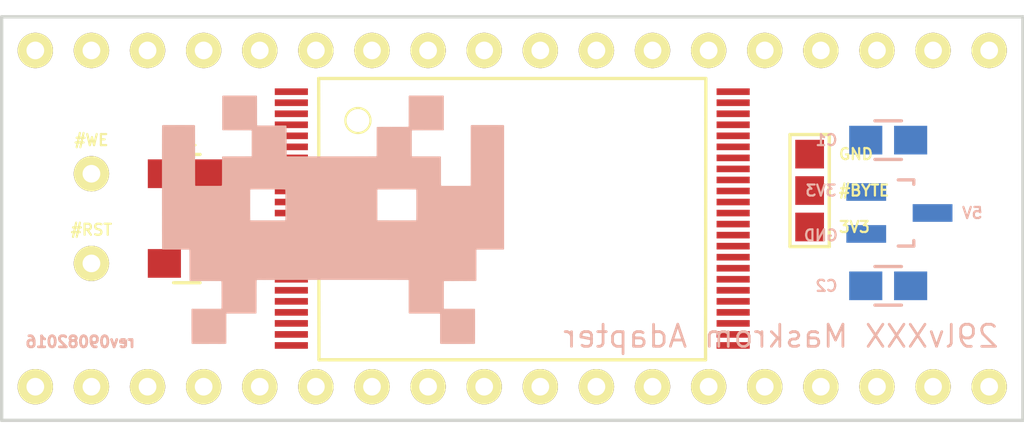
<source format=kicad_pcb>
(kicad_pcb (version 4) (host pcbnew 4.0.2-stable)

  (general
    (links 55)
    (no_connects 55)
    (area 173.152999 93.396999 219.531001 111.835001)
    (thickness 1.6)
    (drawings 18)
    (tracks 0)
    (zones 0)
    (modules 11)
    (nets 40)
  )

  (page A4)
  (layers
    (0 F.Cu signal)
    (31 B.Cu signal)
    (32 B.Adhes user)
    (33 F.Adhes user)
    (34 B.Paste user)
    (35 F.Paste user)
    (36 B.SilkS user)
    (37 F.SilkS user)
    (38 B.Mask user)
    (39 F.Mask user)
    (40 Dwgs.User user)
    (41 Cmts.User user)
    (42 Eco1.User user)
    (43 Eco2.User user)
    (44 Edge.Cuts user)
    (45 Margin user)
    (46 B.CrtYd user)
    (47 F.CrtYd user)
    (48 B.Fab user)
    (49 F.Fab user)
  )

  (setup
    (last_trace_width 0.25)
    (trace_clearance 0.2)
    (zone_clearance 0.508)
    (zone_45_only no)
    (trace_min 0.2)
    (segment_width 0.2)
    (edge_width 0.15)
    (via_size 0.4)
    (via_drill 0.3)
    (via_min_size 0.4)
    (via_min_drill 0.3)
    (uvia_size 0.3)
    (uvia_drill 0.1)
    (uvias_allowed no)
    (uvia_min_size 0.2)
    (uvia_min_drill 0.1)
    (pcb_text_width 0.3)
    (pcb_text_size 1.5 1.5)
    (mod_edge_width 0.15)
    (mod_text_size 1 1)
    (mod_text_width 0.15)
    (pad_size 1.6 1.6)
    (pad_drill 0.8001)
    (pad_to_mask_clearance 0)
    (aux_axis_origin 0 0)
    (grid_origin 180.848 103.886)
    (visible_elements 7FFFF77F)
    (pcbplotparams
      (layerselection 0x000f0_80000001)
      (usegerberextensions true)
      (excludeedgelayer false)
      (linewidth 0.100000)
      (plotframeref false)
      (viasonmask false)
      (mode 1)
      (useauxorigin false)
      (hpglpennumber 1)
      (hpglpenspeed 20)
      (hpglpendiameter 15)
      (hpglpenoverlay 2)
      (psnegative false)
      (psa4output false)
      (plotreference true)
      (plotvalue true)
      (plotinvisibletext false)
      (padsonsilk false)
      (subtractmaskfromsilk false)
      (outputformat 1)
      (mirror false)
      (drillshape 0)
      (scaleselection 1)
      (outputdirectory gerber/))
  )

  (net 0 "")
  (net 1 +3V3)
  (net 2 +5V)
  (net 3 /A17)
  (net 4 /A16)
  (net 5 GND)
  (net 6 /A15)
  (net 7 /A14)
  (net 8 "Net-(U1-Pad45)")
  (net 9 /A13)
  (net 10 /D7)
  (net 11 /A12)
  (net 12 /A11)
  (net 13 /D6)
  (net 14 /A10)
  (net 15 /A9)
  (net 16 /D5)
  (net 17 /A20)
  (net 18 /A21)
  (net 19 /D4)
  (net 20 /A22)
  (net 21 /D3)
  (net 22 /D2)
  (net 23 /A19)
  (net 24 /A18)
  (net 25 /D1)
  (net 26 /A8)
  (net 27 /A7)
  (net 28 /D0)
  (net 29 /A6)
  (net 30 /OE)
  (net 31 /A5)
  (net 32 /A4)
  (net 33 /CE)
  (net 34 /A3)
  (net 35 /A1)
  (net 36 /A2)
  (net 37 /WE)
  (net 38 /RST)
  (net 39 /BYTE)

  (net_class Default "Dies ist die voreingestellte Netzklasse."
    (clearance 0.2)
    (trace_width 0.25)
    (via_dia 0.4)
    (via_drill 0.3)
    (uvia_dia 0.3)
    (uvia_drill 0.1)
    (add_net +3V3)
    (add_net +5V)
    (add_net /A1)
    (add_net /A10)
    (add_net /A11)
    (add_net /A12)
    (add_net /A13)
    (add_net /A14)
    (add_net /A15)
    (add_net /A16)
    (add_net /A17)
    (add_net /A18)
    (add_net /A19)
    (add_net /A2)
    (add_net /A20)
    (add_net /A21)
    (add_net /A22)
    (add_net /A3)
    (add_net /A4)
    (add_net /A5)
    (add_net /A6)
    (add_net /A7)
    (add_net /A8)
    (add_net /A9)
    (add_net /BYTE)
    (add_net /CE)
    (add_net /D0)
    (add_net /D1)
    (add_net /D2)
    (add_net /D3)
    (add_net /D4)
    (add_net /D5)
    (add_net /D6)
    (add_net /D7)
    (add_net /OE)
    (add_net /RST)
    (add_net /WE)
    (add_net GND)
    (add_net "Net-(U1-Pad45)")
  )

  (module 3pin_SMD_SolderJumper (layer F.Cu) (tedit 57A9DE98) (tstamp 57AA7A85)
    (at 209.804 102.362 90)
    (descr "Solder Jumper SMD ")
    (tags "solderjumper jumper")
    (path /57A9E034)
    (attr smd)
    (fp_text reference P1 (at 0 -2.1 90) (layer F.SilkS) hide
      (effects (font (size 1 1) (thickness 0.15)))
    )
    (fp_text value CONN_01X03 (at 0 2.1 90) (layer F.Fab) hide
      (effects (font (size 1 1) (thickness 0.15)))
    )
    (fp_line (start 3.556 -0.889) (end 3.556 0.889) (layer F.SilkS) (width 0.15))
    (fp_line (start -1.524 -0.889) (end -1.524 0.889) (layer F.SilkS) (width 0.15))
    (fp_line (start -1.651 -1.016) (end 3.683 -1.016) (layer F.CrtYd) (width 0.05))
    (fp_line (start -1.651 1.016) (end 3.683 1.016) (layer F.CrtYd) (width 0.05))
    (fp_line (start -1.651 -1.016) (end -1.651 1.016) (layer F.CrtYd) (width 0.05))
    (fp_line (start 3.683 -1.016) (end 3.683 0.984) (layer F.CrtYd) (width 0.05))
    (fp_line (start 3.556 0.889) (end -1.524 0.889) (layer F.SilkS) (width 0.15))
    (fp_line (start -1.524 -0.889) (end 3.556 -0.889) (layer F.SilkS) (width 0.15))
    (pad 1 smd rect (at -0.635 0 90) (size 1.3 1.3) (layers F.Cu F.Paste F.Mask)
      (net 1 +3V3))
    (pad 2 smd rect (at 1.016 0 90) (size 1.3 1.3) (layers F.Cu F.Paste F.Mask)
      (net 39 /BYTE))
    (pad 3 smd rect (at 2.667 0 90) (size 1.3 1.3) (layers F.Cu F.Paste F.Mask)
      (net 5 GND))
  )

  (module adapter:DIP-40_W15.24mm (layer F.Cu) (tedit 5797249E) (tstamp 57A1E309)
    (at 174.752 110.236 90)
    (descr "40-lead dip package, row spacing 15.24 mm (600 mils)")
    (tags "dil dip 2.54 600")
    (path /57A1CBB2)
    (fp_text reference U3 (at 0 -5.22 90) (layer F.SilkS) hide
      (effects (font (size 1 1) (thickness 0.15)))
    )
    (fp_text value SNES_Mask_ROM (at 0 -3.72 90) (layer F.Fab) hide
      (effects (font (size 1 1) (thickness 0.15)))
    )
    (pad 1 thru_hole oval (at 0 0 90) (size 1.6 1.6) (drill 0.8) (layers *.Cu *.Mask F.SilkS)
      (net 17 /A20))
    (pad 2 thru_hole oval (at 0 2.54 90) (size 1.6 1.6) (drill 0.8) (layers *.Cu *.Mask F.SilkS)
      (net 18 /A21))
    (pad 3 thru_hole oval (at 0 5.08 90) (size 1.6 1.6) (drill 0.8) (layers *.Cu *.Mask F.SilkS)
      (net 3 /A17))
    (pad 4 thru_hole oval (at 0 7.62 90) (size 1.6 1.6) (drill 0.8) (layers *.Cu *.Mask F.SilkS)
      (net 24 /A18))
    (pad 5 thru_hole oval (at 0 10.16 90) (size 1.6 1.6) (drill 0.8) (layers *.Cu *.Mask F.SilkS)
      (net 6 /A15))
    (pad 6 thru_hole oval (at 0 12.7 90) (size 1.6 1.6) (drill 0.8) (layers *.Cu *.Mask F.SilkS)
      (net 11 /A12))
    (pad 7 thru_hole oval (at 0 15.24 90) (size 1.6 1.6) (drill 0.8) (layers *.Cu *.Mask F.SilkS)
      (net 27 /A7))
    (pad 8 thru_hole oval (at 0 17.78 90) (size 1.6 1.6) (drill 0.8) (layers *.Cu *.Mask F.SilkS)
      (net 29 /A6))
    (pad 9 thru_hole oval (at 0 20.32 90) (size 1.6 1.6) (drill 0.8) (layers *.Cu *.Mask F.SilkS)
      (net 31 /A5))
    (pad 10 thru_hole oval (at 0 22.86 90) (size 1.6 1.6) (drill 0.8) (layers *.Cu *.Mask F.SilkS)
      (net 32 /A4))
    (pad 11 thru_hole oval (at 0 25.4 90) (size 1.6 1.6) (drill 0.8) (layers *.Cu *.Mask F.SilkS)
      (net 34 /A3))
    (pad 12 thru_hole oval (at 0 27.94 90) (size 1.6 1.6) (drill 0.8) (layers *.Cu *.Mask F.SilkS)
      (net 36 /A2))
    (pad 13 thru_hole oval (at 0 30.48 90) (size 1.6 1.6) (drill 0.8) (layers *.Cu *.Mask F.SilkS)
      (net 35 /A1))
    (pad 14 thru_hole oval (at 0 33.02 90) (size 1.6 1.6) (drill 0.8) (layers *.Cu *.Mask F.SilkS)
      (net 8 "Net-(U1-Pad45)"))
    (pad 15 thru_hole oval (at 0 35.56 90) (size 1.6 1.6) (drill 0.8) (layers *.Cu *.Mask F.SilkS)
      (net 28 /D0))
    (pad 16 thru_hole oval (at 0 38.1 90) (size 1.6 1.6) (drill 0.8) (layers *.Cu *.Mask F.SilkS)
      (net 25 /D1))
    (pad 17 thru_hole oval (at 0 40.64 90) (size 1.6 1.6) (drill 0.8) (layers *.Cu *.Mask F.SilkS)
      (net 22 /D2))
    (pad 18 thru_hole oval (at 0 43.18 90) (size 1.6 1.6) (drill 0.8) (layers *.Cu *.Mask F.SilkS)
      (net 5 GND))
    (pad 20 thru_hole oval (at 15.24 40.64 90) (size 1.6 1.6) (drill 0.8) (layers *.Cu *.Mask F.SilkS)
      (net 19 /D4))
    (pad 19 thru_hole oval (at 15.24 43.18 90) (size 1.6 1.6) (drill 0.8) (layers *.Cu *.Mask F.SilkS)
      (net 21 /D3))
    (pad 21 thru_hole oval (at 15.24 38.1 90) (size 1.6 1.6) (drill 0.8) (layers *.Cu *.Mask F.SilkS)
      (net 16 /D5))
    (pad 22 thru_hole oval (at 15.24 35.56 90) (size 1.6 1.6) (drill 0.8) (layers *.Cu *.Mask F.SilkS)
      (net 13 /D6))
    (pad 23 thru_hole oval (at 15.24 33.02 90) (size 1.6 1.6) (drill 0.8) (layers *.Cu *.Mask F.SilkS)
      (net 10 /D7))
    (pad 24 thru_hole oval (at 15.24 30.48 90) (size 1.6 1.6) (drill 0.8) (layers *.Cu *.Mask F.SilkS)
      (net 33 /CE))
    (pad 25 thru_hole oval (at 15.24 27.94 90) (size 1.6 1.6) (drill 0.8) (layers *.Cu *.Mask F.SilkS)
      (net 14 /A10))
    (pad 26 thru_hole oval (at 15.24 25.4 90) (size 1.6 1.6) (drill 0.8) (layers *.Cu *.Mask F.SilkS)
      (net 4 /A16))
    (pad 27 thru_hole oval (at 15.24 22.86 90) (size 1.6 1.6) (drill 0.8) (layers *.Cu *.Mask F.SilkS)
      (net 12 /A11))
    (pad 28 thru_hole oval (at 15.24 20.32 90) (size 1.6 1.6) (drill 0.8) (layers *.Cu *.Mask F.SilkS)
      (net 15 /A9))
    (pad 29 thru_hole oval (at 15.24 17.78 90) (size 1.6 1.6) (drill 0.8) (layers *.Cu *.Mask F.SilkS)
      (net 26 /A8))
    (pad 30 thru_hole oval (at 15.24 15.24 90) (size 1.6 1.6) (drill 0.8) (layers *.Cu *.Mask F.SilkS)
      (net 9 /A13))
    (pad 31 thru_hole oval (at 15.24 12.7 90) (size 1.6 1.6) (drill 0.8) (layers *.Cu *.Mask F.SilkS)
      (net 7 /A14))
    (pad 32 thru_hole oval (at 15.24 10.16 90) (size 1.6 1.6) (drill 0.8) (layers *.Cu *.Mask F.SilkS)
      (net 23 /A19))
    (pad 33 thru_hole oval (at 15.24 7.62 90) (size 1.6 1.6) (drill 0.8) (layers *.Cu *.Mask F.SilkS)
      (net 30 /OE))
    (pad 34 thru_hole oval (at 15.24 5.08 90) (size 1.6 1.6) (drill 0.8) (layers *.Cu *.Mask F.SilkS)
      (net 2 +5V))
    (pad 35 thru_hole oval (at 15.24 2.54 90) (size 1.6 1.6) (drill 0.8) (layers *.Cu *.Mask F.SilkS)
      (net 20 /A22))
    (pad 36 thru_hole oval (at 15.24 0 90) (size 1.6 1.6) (drill 0.8) (layers *.Cu *.Mask F.SilkS)
      (net 2 +5V))
  )

  (module Wire_Pads:SolderWirePad_single_0-8mmDrill (layer F.Cu) (tedit 57A1FE35) (tstamp 57A20092)
    (at 177.292 100.584 180)
    (fp_text reference PAD1 (at 0 -2.54 180) (layer F.SilkS) hide
      (effects (font (size 1 1) (thickness 0.15)))
    )
    (fp_text value SolderWirePad_single_0-8mmDrill (at 0 2.54 180) (layer F.Fab) hide
      (effects (font (size 1 1) (thickness 0.15)))
    )
    (pad 1 thru_hole circle (at 0 0 180) (size 1.6 1.6) (drill 0.8001) (layers *.Cu *.Mask F.SilkS)
      (net 37 /WE))
  )

  (module adapter:TSOP-48 (layer F.Cu) (tedit 57A1F957) (tstamp 57A1E2D1)
    (at 196.342 102.616 270)
    (path /57A1C9D3)
    (fp_text reference U1 (at -7.6 0 360) (layer F.SilkS) hide
      (effects (font (size 1.2 1.2) (thickness 0.15)))
    )
    (fp_text value 29LV640 (at 5.08 3.81 360) (layer F.Fab)
      (effects (font (size 1.2 1.2) (thickness 0.15)))
    )
    (fp_circle (center -4.445 6.985) (end -4.191 6.477) (layer F.SilkS) (width 0.1))
    (fp_line (start -6.35 -8.763) (end -6.35 8.763) (layer F.SilkS) (width 0.15))
    (fp_line (start -6.35 8.763) (end 6.4 8.75) (layer F.SilkS) (width 0.15))
    (fp_line (start 6.4 8.75) (end 6.4 -8.75) (layer F.SilkS) (width 0.15))
    (fp_line (start 6.4 -8.75) (end -6.35 -8.763) (layer F.SilkS) (width 0.15))
    (pad 48 smd rect (at -5.75 -10 270) (size 0.3 1.5) (layers F.Cu F.Paste F.Mask)
      (net 3 /A17))
    (pad 1 smd rect (at -5.75 10 270) (size 0.3 1.5) (layers F.Cu F.Paste F.Mask)
      (net 4 /A16))
    (pad 47 smd rect (at -5.25 -10 270) (size 0.3 1.5) (layers F.Cu F.Paste F.Mask)
      (net 39 /BYTE))
    (pad 2 smd rect (at -5.25 10 270) (size 0.3 1.5) (layers F.Cu F.Paste F.Mask)
      (net 6 /A15))
    (pad 46 smd rect (at -4.75 -10 270) (size 0.3 1.5) (layers F.Cu F.Paste F.Mask)
      (net 5 GND))
    (pad 3 smd rect (at -4.75 10 270) (size 0.3 1.5) (layers F.Cu F.Paste F.Mask)
      (net 7 /A14))
    (pad 45 smd rect (at -4.25 -10 270) (size 0.3 1.5) (layers F.Cu F.Paste F.Mask)
      (net 8 "Net-(U1-Pad45)"))
    (pad 4 smd rect (at -4.25 10 270) (size 0.3 1.5) (layers F.Cu F.Paste F.Mask)
      (net 9 /A13))
    (pad 44 smd rect (at -3.75 -10 270) (size 0.3 1.5) (layers F.Cu F.Paste F.Mask)
      (net 10 /D7))
    (pad 5 smd rect (at -3.75 10 270) (size 0.3 1.5) (layers F.Cu F.Paste F.Mask)
      (net 11 /A12))
    (pad 43 smd rect (at -3.25 -10 270) (size 0.3 1.5) (layers F.Cu F.Paste F.Mask))
    (pad 6 smd rect (at -3.25 10 270) (size 0.3 1.5) (layers F.Cu F.Paste F.Mask)
      (net 12 /A11))
    (pad 42 smd rect (at -2.75 -10 270) (size 0.3 1.5) (layers F.Cu F.Paste F.Mask)
      (net 13 /D6))
    (pad 7 smd rect (at -2.75 10 270) (size 0.3 1.5) (layers F.Cu F.Paste F.Mask)
      (net 14 /A10))
    (pad 41 smd rect (at -2.25 -10 270) (size 0.3 1.5) (layers F.Cu F.Paste F.Mask))
    (pad 8 smd rect (at -2.25 10 270) (size 0.3 1.5) (layers F.Cu F.Paste F.Mask)
      (net 15 /A9))
    (pad 40 smd rect (at -1.75 -10 270) (size 0.3 1.5) (layers F.Cu F.Paste F.Mask)
      (net 16 /D5))
    (pad 9 smd rect (at -1.75 10 270) (size 0.3 1.5) (layers F.Cu F.Paste F.Mask)
      (net 17 /A20))
    (pad 39 smd rect (at -1.25 -10 270) (size 0.3 1.5) (layers F.Cu F.Paste F.Mask))
    (pad 10 smd rect (at -1.25 10 270) (size 0.3 1.5) (layers F.Cu F.Paste F.Mask)
      (net 18 /A21))
    (pad 38 smd rect (at -0.75 -10 270) (size 0.3 1.5) (layers F.Cu F.Paste F.Mask)
      (net 19 /D4))
    (pad 11 smd rect (at -0.75 10 270) (size 0.3 1.5) (layers F.Cu F.Paste F.Mask)
      (net 37 /WE))
    (pad 37 smd rect (at -0.25 -10 270) (size 0.3 1.5) (layers F.Cu F.Paste F.Mask)
      (net 1 +3V3))
    (pad 12 smd rect (at -0.25 10 270) (size 0.3 1.5) (layers F.Cu F.Paste F.Mask)
      (net 38 /RST))
    (pad 36 smd rect (at 0.25 -10 270) (size 0.3 1.5) (layers F.Cu F.Paste F.Mask))
    (pad 13 smd rect (at 0.25 10 270) (size 0.3 1.5) (layers F.Cu F.Paste F.Mask)
      (net 20 /A22))
    (pad 35 smd rect (at 0.75 -10 270) (size 0.3 1.5) (layers F.Cu F.Paste F.Mask)
      (net 21 /D3))
    (pad 14 smd rect (at 0.75 10 270) (size 0.3 1.5) (layers F.Cu F.Paste F.Mask)
      (net 1 +3V3))
    (pad 34 smd rect (at 1.25 -10 270) (size 0.3 1.5) (layers F.Cu F.Paste F.Mask))
    (pad 15 smd rect (at 1.25 10 270) (size 0.3 1.5) (layers F.Cu F.Paste F.Mask))
    (pad 33 smd rect (at 1.75 -10 270) (size 0.3 1.5) (layers F.Cu F.Paste F.Mask)
      (net 22 /D2))
    (pad 16 smd rect (at 1.75 10 270) (size 0.3 1.5) (layers F.Cu F.Paste F.Mask)
      (net 23 /A19))
    (pad 32 smd rect (at 2.25 -10 270) (size 0.3 1.5) (layers F.Cu F.Paste F.Mask))
    (pad 17 smd rect (at 2.25 10 270) (size 0.3 1.5) (layers F.Cu F.Paste F.Mask)
      (net 24 /A18))
    (pad 31 smd rect (at 2.75 -10 270) (size 0.3 1.5) (layers F.Cu F.Paste F.Mask)
      (net 25 /D1))
    (pad 18 smd rect (at 2.75 10 270) (size 0.3 1.5) (layers F.Cu F.Paste F.Mask)
      (net 26 /A8))
    (pad 30 smd rect (at 3.25 -10 270) (size 0.3 1.5) (layers F.Cu F.Paste F.Mask))
    (pad 19 smd rect (at 3.25 10 270) (size 0.3 1.5) (layers F.Cu F.Paste F.Mask)
      (net 27 /A7))
    (pad 29 smd rect (at 3.75 -10 270) (size 0.3 1.5) (layers F.Cu F.Paste F.Mask)
      (net 28 /D0))
    (pad 20 smd rect (at 3.75 10 270) (size 0.3 1.5) (layers F.Cu F.Paste F.Mask)
      (net 29 /A6))
    (pad 28 smd rect (at 4.25 -10 270) (size 0.3 1.5) (layers F.Cu F.Paste F.Mask)
      (net 30 /OE))
    (pad 21 smd rect (at 4.25 10 270) (size 0.3 1.5) (layers F.Cu F.Paste F.Mask)
      (net 31 /A5))
    (pad 27 smd rect (at 4.75 -10 270) (size 0.3 1.5) (layers F.Cu F.Paste F.Mask)
      (net 5 GND))
    (pad 22 smd rect (at 4.75 10 270) (size 0.3 1.5) (layers F.Cu F.Paste F.Mask)
      (net 32 /A4))
    (pad 26 smd rect (at 5.25 -10 270) (size 0.3 1.5) (layers F.Cu F.Paste F.Mask)
      (net 33 /CE))
    (pad 23 smd rect (at 5.25 10 270) (size 0.3 1.5) (layers F.Cu F.Paste F.Mask)
      (net 34 /A3))
    (pad 25 smd rect (at 5.75 -10 270) (size 0.3 1.5) (layers F.Cu F.Paste F.Mask)
      (net 35 /A1))
    (pad 24 smd rect (at 5.75 10 270) (size 0.3 1.5) (layers F.Cu F.Paste F.Mask)
      (net 36 /A2))
  )

  (module Wire_Pads:SolderWirePad_single_0-8mmDrill (layer F.Cu) (tedit 57A1FE39) (tstamp 57A1FFD9)
    (at 177.292 104.648 180)
    (fp_text reference PAD2 (at 0 -2.54 180) (layer F.SilkS) hide
      (effects (font (size 1 1) (thickness 0.15)))
    )
    (fp_text value SolderWirePad_single_0-8mmDrill (at 0 2.54 180) (layer F.Fab) hide
      (effects (font (size 1 1) (thickness 0.15)))
    )
    (pad 1 thru_hole circle (at 0 0 180) (size 1.6 1.6) (drill 0.8001) (layers *.Cu *.Mask F.SilkS)
      (net 38 /RST))
  )

  (module adapter:R_0805_HandSoldering (layer F.Cu) (tedit 577B6D90) (tstamp 57A20924)
    (at 181.61 100.584)
    (descr "Resistor SMD 0805, hand soldering")
    (tags "resistor 0805")
    (path /57A1F7D0)
    (attr smd)
    (fp_text reference R1 (at 0 -2.1) (layer F.SilkS) hide
      (effects (font (size 1 1) (thickness 0.15)))
    )
    (fp_text value 4k7 (at 0 2.1) (layer F.Fab) hide
      (effects (font (size 1 1) (thickness 0.15)))
    )
    (fp_line (start -2.4 -1) (end 2.4 -1) (layer F.CrtYd) (width 0.05))
    (fp_line (start -2.4 1) (end 2.4 1) (layer F.CrtYd) (width 0.05))
    (fp_line (start -2.4 -1) (end -2.4 1) (layer F.CrtYd) (width 0.05))
    (fp_line (start 2.4 -1) (end 2.4 1) (layer F.CrtYd) (width 0.05))
    (fp_line (start 0.6 0.875) (end -0.6 0.875) (layer F.SilkS) (width 0.15))
    (fp_line (start -0.6 -0.875) (end 0.6 -0.875) (layer F.SilkS) (width 0.15))
    (pad 1 smd rect (at -1.016 0) (size 1.5 1.3) (layers F.Cu F.Paste F.Mask)
      (net 1 +3V3))
    (pad 2 smd rect (at 1.016 0) (size 1.5 1.3) (layers F.Cu F.Paste F.Mask)
      (net 37 /WE))
    (model Resistors_SMD.3dshapes/R_0805_HandSoldering.wrl
      (at (xyz 0 0 0))
      (scale (xyz 1 1 1))
      (rotate (xyz 0 0 0))
    )
  )

  (module adapter:R_0805_HandSoldering (layer F.Cu) (tedit 577B6D90) (tstamp 57A2092A)
    (at 181.61 104.648)
    (descr "Resistor SMD 0805, hand soldering")
    (tags "resistor 0805")
    (path /57A1F773)
    (attr smd)
    (fp_text reference R2 (at 0 -2.1) (layer F.SilkS) hide
      (effects (font (size 1 1) (thickness 0.15)))
    )
    (fp_text value 4k7 (at 0 2.1) (layer F.Fab) hide
      (effects (font (size 1 1) (thickness 0.15)))
    )
    (fp_line (start -2.4 -1) (end 2.4 -1) (layer F.CrtYd) (width 0.05))
    (fp_line (start -2.4 1) (end 2.4 1) (layer F.CrtYd) (width 0.05))
    (fp_line (start -2.4 -1) (end -2.4 1) (layer F.CrtYd) (width 0.05))
    (fp_line (start 2.4 -1) (end 2.4 1) (layer F.CrtYd) (width 0.05))
    (fp_line (start 0.6 0.875) (end -0.6 0.875) (layer F.SilkS) (width 0.15))
    (fp_line (start -0.6 -0.875) (end 0.6 -0.875) (layer F.SilkS) (width 0.15))
    (pad 1 smd rect (at -1.016 0) (size 1.5 1.3) (layers F.Cu F.Paste F.Mask)
      (net 1 +3V3))
    (pad 2 smd rect (at 1.016 0) (size 1.5 1.3) (layers F.Cu F.Paste F.Mask)
      (net 38 /RST))
    (model Resistors_SMD.3dshapes/R_0805_HandSoldering.wrl
      (at (xyz 0 0 0))
      (scale (xyz 1 1 1))
      (rotate (xyz 0 0 0))
    )
  )

  (module adapter:R_0805_HandSoldering (layer B.Cu) (tedit 577B6D90) (tstamp 57AF747F)
    (at 213.36 99.06 180)
    (descr "Resistor SMD 0805, hand soldering")
    (tags "resistor 0805")
    (path /57A1FE38)
    (attr smd)
    (fp_text reference C1 (at 0 2.1 180) (layer B.SilkS) hide
      (effects (font (size 1 1) (thickness 0.15)) (justify mirror))
    )
    (fp_text value 10nF (at 0 -2.1 180) (layer B.Fab) hide
      (effects (font (size 1 1) (thickness 0.15)) (justify mirror))
    )
    (fp_line (start -2.4 1) (end 2.4 1) (layer B.CrtYd) (width 0.05))
    (fp_line (start -2.4 -1) (end 2.4 -1) (layer B.CrtYd) (width 0.05))
    (fp_line (start -2.4 1) (end -2.4 -1) (layer B.CrtYd) (width 0.05))
    (fp_line (start 2.4 1) (end 2.4 -1) (layer B.CrtYd) (width 0.05))
    (fp_line (start 0.6 -0.875) (end -0.6 -0.875) (layer B.SilkS) (width 0.15))
    (fp_line (start -0.6 0.875) (end 0.6 0.875) (layer B.SilkS) (width 0.15))
    (pad 1 smd rect (at -1.016 0 180) (size 1.5 1.3) (layers B.Cu B.Paste B.Mask)
      (net 5 GND))
    (pad 2 smd rect (at 1.016 0 180) (size 1.5 1.3) (layers B.Cu B.Paste B.Mask)
      (net 1 +3V3))
    (model Resistors_SMD.3dshapes/R_0805_HandSoldering.wrl
      (at (xyz 0 0 0))
      (scale (xyz 1 1 1))
      (rotate (xyz 0 0 0))
    )
  )

  (module adapter:R_0805_HandSoldering (layer B.Cu) (tedit 577B6D90) (tstamp 57AF748B)
    (at 213.36 105.664)
    (descr "Resistor SMD 0805, hand soldering")
    (tags "resistor 0805")
    (path /57A1FF55)
    (attr smd)
    (fp_text reference C2 (at 0 2.1) (layer B.SilkS) hide
      (effects (font (size 1 1) (thickness 0.15)) (justify mirror))
    )
    (fp_text value 10nF (at 0 -2.1) (layer B.Fab) hide
      (effects (font (size 1 1) (thickness 0.15)) (justify mirror))
    )
    (fp_line (start -2.4 1) (end 2.4 1) (layer B.CrtYd) (width 0.05))
    (fp_line (start -2.4 -1) (end 2.4 -1) (layer B.CrtYd) (width 0.05))
    (fp_line (start -2.4 1) (end -2.4 -1) (layer B.CrtYd) (width 0.05))
    (fp_line (start 2.4 1) (end 2.4 -1) (layer B.CrtYd) (width 0.05))
    (fp_line (start 0.6 -0.875) (end -0.6 -0.875) (layer B.SilkS) (width 0.15))
    (fp_line (start -0.6 0.875) (end 0.6 0.875) (layer B.SilkS) (width 0.15))
    (pad 1 smd rect (at -1.016 0) (size 1.5 1.3) (layers B.Cu B.Paste B.Mask)
      (net 5 GND))
    (pad 2 smd rect (at 1.016 0) (size 1.5 1.3) (layers B.Cu B.Paste B.Mask)
      (net 2 +5V))
    (model Resistors_SMD.3dshapes/R_0805_HandSoldering.wrl
      (at (xyz 0 0 0))
      (scale (xyz 1 1 1))
      (rotate (xyz 0 0 0))
    )
  )

  (module TO_SOT_Packages_SMD:SOT-23_Handsoldering (layer B.Cu) (tedit 57A49DAE) (tstamp 57AF7496)
    (at 213.868 102.362 90)
    (descr "SOT-23, Handsoldering")
    (tags SOT-23)
    (path /57A1CFF3)
    (attr smd)
    (fp_text reference U2 (at 0 3.81 90) (layer B.SilkS) hide
      (effects (font (size 1 1) (thickness 0.15)) (justify mirror))
    )
    (fp_text value LD1117-3.3 (at 0 -3.81 90) (layer B.Fab) hide
      (effects (font (size 1 1) (thickness 0.15)) (justify mirror))
    )
    (fp_line (start -1.49982 -0.0508) (end -1.49982 0.65024) (layer B.SilkS) (width 0.15))
    (fp_line (start -1.49982 0.65024) (end -1.2509 0.65024) (layer B.SilkS) (width 0.15))
    (fp_line (start 1.29916 0.65024) (end 1.49982 0.65024) (layer B.SilkS) (width 0.15))
    (fp_line (start 1.49982 0.65024) (end 1.49982 -0.0508) (layer B.SilkS) (width 0.15))
    (pad 1 smd rect (at -0.95 -1.50114 90) (size 0.8001 1.80086) (layers B.Cu B.Paste B.Mask)
      (net 5 GND))
    (pad 2 smd rect (at 0.95 -1.50114 90) (size 0.8001 1.80086) (layers B.Cu B.Paste B.Mask)
      (net 1 +3V3))
    (pad 3 smd rect (at 0 1.50114 90) (size 0.8001 1.80086) (layers B.Cu B.Paste B.Mask)
      (net 2 +5V))
    (model TO_SOT_Packages_SMD.3dshapes/SOT-23_Handsoldering.wrl
      (at (xyz 0 0 0))
      (scale (xyz 1 1 1))
      (rotate (xyz 0 0 0))
    )
  )

  (module adapter:invader1 (layer B.Cu) (tedit 0) (tstamp 57AF8387)
    (at 187.96 102.616 180)
    (fp_text reference G*** (at 0 0 180) (layer B.SilkS) hide
      (effects (font (thickness 0.3)) (justify mirror))
    )
    (fp_text value LOGO (at 0.75 0 180) (layer B.SilkS) hide
      (effects (font (thickness 0.3)) (justify mirror))
    )
    (fp_poly (pts (xy -3.711207 5.559293) (xy -3.699328 5.548679) (xy -3.698758 4.86388) (xy -3.698672 4.775224)
      (xy -3.698568 4.693613) (xy -3.698443 4.618837) (xy -3.698296 4.550683) (xy -3.698126 4.488941)
      (xy -3.697932 4.433399) (xy -3.697712 4.383845) (xy -3.697464 4.340068) (xy -3.697186 4.301857)
      (xy -3.696879 4.269) (xy -3.69654 4.241286) (xy -3.696167 4.218503) (xy -3.695759 4.20044)
      (xy -3.695316 4.186885) (xy -3.694834 4.177628) (xy -3.694314 4.172456) (xy -3.694003 4.171263)
      (xy -3.693031 4.169235) (xy -3.692178 4.167374) (xy -3.691138 4.165674) (xy -3.689611 4.164127)
      (xy -3.687292 4.162727) (xy -3.683878 4.161466) (xy -3.679068 4.160337) (xy -3.672557 4.159334)
      (xy -3.664042 4.158448) (xy -3.653221 4.157674) (xy -3.63979 4.157003) (xy -3.623447 4.156429)
      (xy -3.603888 4.155945) (xy -3.580811 4.155544) (xy -3.553912 4.155219) (xy -3.522889 4.154962)
      (xy -3.487438 4.154767) (xy -3.447256 4.154626) (xy -3.40204 4.154533) (xy -3.351488 4.15448)
      (xy -3.295296 4.15446) (xy -3.233161 4.154467) (xy -3.164781 4.154492) (xy -3.089851 4.15453)
      (xy -3.00807 4.154573) (xy -2.978867 4.154587) (xy -2.894114 4.15463) (xy -2.816316 4.154671)
      (xy -2.745173 4.154701) (xy -2.680384 4.154714) (xy -2.621647 4.154701) (xy -2.568662 4.154657)
      (xy -2.521126 4.154573) (xy -2.478739 4.154443) (xy -2.4412 4.154258) (xy -2.408207 4.154012)
      (xy -2.379459 4.153697) (xy -2.354655 4.153306) (xy -2.333494 4.152831) (xy -2.315674 4.152266)
      (xy -2.300895 4.151603) (xy -2.288855 4.150834) (xy -2.279253 4.149953) (xy -2.271788 4.148952)
      (xy -2.266158 4.147823) (xy -2.262063 4.14656) (xy -2.259201 4.145154) (xy -2.25727 4.1436)
      (xy -2.255971 4.141888) (xy -2.255001 4.140013) (xy -2.25406 4.137966) (xy -2.253546 4.136952)
      (xy -2.252996 4.133516) (xy -2.252484 4.125225) (xy -2.252009 4.111908) (xy -2.25157 4.093396)
      (xy -2.251165 4.069519) (xy -2.250793 4.040107) (xy -2.250454 4.004989) (xy -2.250145 3.963996)
      (xy -2.249865 3.916959) (xy -2.249613 3.863707) (xy -2.249389 3.80407) (xy -2.24919 3.737878)
      (xy -2.249015 3.664962) (xy -2.248864 3.585151) (xy -2.248734 3.498276) (xy -2.248719 3.486063)
      (xy -2.248614 3.405812) (xy -2.248511 3.3325) (xy -2.248407 3.265808) (xy -2.248297 3.205417)
      (xy -2.248178 3.151008) (xy -2.248046 3.102263) (xy -2.247899 3.058864) (xy -2.247731 3.020491)
      (xy -2.247541 2.986825) (xy -2.247323 2.957549) (xy -2.247075 2.932344) (xy -2.246793 2.91089)
      (xy -2.246473 2.89287) (xy -2.246112 2.877964) (xy -2.245706 2.865855) (xy -2.245252 2.856222)
      (xy -2.244745 2.848748) (xy -2.244183 2.843114) (xy -2.243562 2.839001) (xy -2.242878 2.836091)
      (xy -2.242127 2.834065) (xy -2.24136 2.832685) (xy -2.233891 2.82446) (xy -2.225785 2.81927)
      (xy -2.221495 2.819016) (xy -2.210045 2.81877) (xy -2.191535 2.818533) (xy -2.166062 2.818305)
      (xy -2.133725 2.818085) (xy -2.094622 2.817874) (xy -2.048851 2.817672) (xy -1.996509 2.81748)
      (xy -1.937697 2.817297) (xy -1.87251 2.817123) (xy -1.801049 2.81696) (xy -1.72341 2.816806)
      (xy -1.639692 2.816662) (xy -1.549994 2.816529) (xy -1.454413 2.816406) (xy -1.353047 2.816294)
      (xy -1.245996 2.816192) (xy -1.133356 2.816101) (xy -1.015227 2.816022) (xy -0.891706 2.815954)
      (xy -0.762891 2.815897) (xy -0.628882 2.815852) (xy -0.489775 2.815818) (xy -0.345669 2.815797)
      (xy -0.201452 2.815788) (xy 1.813846 2.815741) (xy 1.824044 2.824513) (xy 1.834243 2.833285)
      (xy 1.836057 3.509421) (xy 1.836292 3.593975) (xy 1.836524 3.671551) (xy 1.836758 3.74243)
      (xy 1.836994 3.806891) (xy 1.837237 3.865216) (xy 1.837489 3.917684) (xy 1.837752 3.964575)
      (xy 1.838029 4.006168) (xy 1.838324 4.042745) (xy 1.838638 4.074584) (xy 1.838974 4.101967)
      (xy 1.839336 4.125173) (xy 1.839726 4.144482) (xy 1.840146 4.160174) (xy 1.840599 4.172529)
      (xy 1.841089 4.181827) (xy 1.841617 4.188348) (xy 1.842186 4.192372) (xy 1.842699 4.194029)
      (xy 1.843904 4.196344) (xy 1.844974 4.198461) (xy 1.846222 4.200389) (xy 1.847964 4.202137)
      (xy 1.850514 4.203714) (xy 1.854186 4.205127) (xy 1.859295 4.206387) (xy 1.866154 4.207502)
      (xy 1.875079 4.20848) (xy 1.886384 4.20933) (xy 1.900382 4.210062) (xy 1.917389 4.210684)
      (xy 1.937719 4.211204) (xy 1.961685 4.211632) (xy 1.989603 4.211975) (xy 2.021788 4.212244)
      (xy 2.058552 4.212447) (xy 2.100211 4.212592) (xy 2.147079 4.212689) (xy 2.19947 4.212746)
      (xy 2.257699 4.212771) (xy 2.32208 4.212774) (xy 2.392927 4.212764) (xy 2.470556 4.212748)
      (xy 2.513294 4.212742) (xy 2.594209 4.21272) (xy 2.668178 4.212687) (xy 2.735515 4.212656)
      (xy 2.796531 4.212638) (xy 2.851538 4.212647) (xy 2.900849 4.212695) (xy 2.944775 4.212794)
      (xy 2.983628 4.212958) (xy 3.017722 4.213198) (xy 3.047367 4.213528) (xy 3.072876 4.21396)
      (xy 3.094561 4.214507) (xy 3.112734 4.215181) (xy 3.127707 4.215995) (xy 3.139793 4.216962)
      (xy 3.149303 4.218093) (xy 3.15655 4.219403) (xy 3.161845 4.220902) (xy 3.1655 4.222605)
      (xy 3.167829 4.224523) (xy 3.169143 4.22667) (xy 3.169753 4.229057) (xy 3.169973 4.231697)
      (xy 3.170113 4.234604) (xy 3.170487 4.237789) (xy 3.170812 4.239302) (xy 3.171357 4.244756)
      (xy 3.171859 4.256646) (xy 3.17232 4.275039) (xy 3.172738 4.299997) (xy 3.173115 4.331586)
      (xy 3.17345 4.369869) (xy 3.173745 4.414911) (xy 3.173999 4.466775) (xy 3.174214 4.525527)
      (xy 3.174389 4.59123) (xy 3.174524 4.663949) (xy 3.174621 4.743748) (xy 3.174679 4.830691)
      (xy 3.174697 4.901312) (xy 3.174722 4.989769) (xy 3.174777 5.071128) (xy 3.174864 5.145549)
      (xy 3.174983 5.213192) (xy 3.175135 5.274216) (xy 3.175323 5.32878) (xy 3.175545 5.377045)
      (xy 3.175804 5.419169) (xy 3.176101 5.455313) (xy 3.176436 5.485636) (xy 3.17681 5.510296)
      (xy 3.177225 5.529455) (xy 3.177681 5.543271) (xy 3.178179 5.551904) (xy 3.178721 5.555514)
      (xy 3.178732 5.555536) (xy 3.185151 5.562545) (xy 3.191785 5.566403) (xy 3.196489 5.566811)
      (xy 3.208278 5.567198) (xy 3.226978 5.567562) (xy 3.25242 5.567902) (xy 3.284429 5.568217)
      (xy 3.322833 5.568508) (xy 3.367461 5.568772) (xy 3.41814 5.569009) (xy 3.474698 5.569219)
      (xy 3.536962 5.569401) (xy 3.60476 5.569553) (xy 3.677919 5.569675) (xy 3.756269 5.569767)
      (xy 3.839635 5.569827) (xy 3.927847 5.569855) (xy 3.960015 5.569858) (xy 4.048399 5.569865)
      (xy 4.129812 5.569881) (xy 4.204542 5.569898) (xy 4.272875 5.569905) (xy 4.335097 5.569894)
      (xy 4.391496 5.569856) (xy 4.442358 5.569782) (xy 4.487971 5.569662) (xy 4.528619 5.569487)
      (xy 4.564591 5.56925) (xy 4.596173 5.568939) (xy 4.623652 5.568547) (xy 4.647315 5.568065)
      (xy 4.667447 5.567483) (xy 4.684337 5.566792) (xy 4.69827 5.565983) (xy 4.709533 5.565047)
      (xy 4.718414 5.563975) (xy 4.725198 5.562759) (xy 4.730173 5.561388) (xy 4.733625 5.559854)
      (xy 4.735841 5.558148) (xy 4.737107 5.556261) (xy 4.737711 5.554183) (xy 4.737939 5.551906)
      (xy 4.738078 5.549421) (xy 4.738414 5.546718) (xy 4.738753 5.545258) (xy 4.739256 5.539962)
      (xy 4.739722 5.527807) (xy 4.740151 5.508763) (xy 4.740545 5.482802) (xy 4.740902 5.449892)
      (xy 4.741223 5.410006) (xy 4.741509 5.363114) (xy 4.741759 5.309186) (xy 4.741973 5.248192)
      (xy 4.742152 5.180105) (xy 4.742295 5.104894) (xy 4.742404 5.022529) (xy 4.742477 4.932982)
      (xy 4.742516 4.836223) (xy 4.742523 4.78137) (xy 4.742527 4.693829) (xy 4.742532 4.613252)
      (xy 4.74253 4.539346) (xy 4.742517 4.471818) (xy 4.742486 4.410376) (xy 4.742432 4.354726)
      (xy 4.742348 4.304574) (xy 4.742229 4.259629) (xy 4.742068 4.219597) (xy 4.741861 4.184186)
      (xy 4.7416 4.153101) (xy 4.741281 4.126051) (xy 4.740896 4.102742) (xy 4.740441 4.082881)
      (xy 4.73991 4.066175) (xy 4.739296 4.052332) (xy 4.738594 4.041057) (xy 4.737797 4.032059)
      (xy 4.7369 4.025044) (xy 4.735898 4.019719) (xy 4.734783 4.015792) (xy 4.73355 4.012969)
      (xy 4.732194 4.010957) (xy 4.730708 4.009463) (xy 4.729087 4.008195) (xy 4.727324 4.006858)
      (xy 4.726942 4.006547) (xy 4.724589 4.00598) (xy 4.718796 4.00546) (xy 4.70932 4.004986)
      (xy 4.695916 4.004557) (xy 4.678342 4.004171) (xy 4.656355 4.003826) (xy 4.629711 4.003521)
      (xy 4.598168 4.003254) (xy 4.561483 4.003023) (xy 4.519413 4.002827) (xy 4.471714 4.002665)
      (xy 4.418143 4.002534) (xy 4.358457 4.002433) (xy 4.292414 4.00236) (xy 4.219769 4.002315)
      (xy 4.140281 4.002295) (xy 4.080498 4.002295) (xy 4.000069 4.002298) (xy 3.926579 4.002291)
      (xy 3.859712 4.00227) (xy 3.799149 4.002234) (xy 3.744574 4.002178) (xy 3.695669 4.0021)
      (xy 3.652116 4.001998) (xy 3.613599 4.001868) (xy 3.579799 4.001707) (xy 3.550399 4.001514)
      (xy 3.525083 4.001284) (xy 3.503531 4.001015) (xy 3.485428 4.000704) (xy 3.470455 4.000348)
      (xy 3.458295 3.999945) (xy 3.448631 3.999491) (xy 3.441145 3.998984) (xy 3.43552 3.998421)
      (xy 3.431438 3.997799) (xy 3.428583 3.997115) (xy 3.426742 3.996418) (xy 3.417385 3.990574)
      (xy 3.410839 3.984028) (xy 3.410319 3.983166) (xy 3.409747 3.979428) (xy 3.409229 3.970353)
      (xy 3.408762 3.955791) (xy 3.408348 3.935591) (xy 3.407984 3.909605) (xy 3.40767 3.877684)
      (xy 3.407404 3.839676) (xy 3.407186 3.795433) (xy 3.407016 3.744805) (xy 3.406891 3.687642)
      (xy 3.406811 3.623794) (xy 3.406776 3.553113) (xy 3.406784 3.475448) (xy 3.406823 3.405864)
      (xy 3.407243 2.83588) (xy 3.41639 2.826733) (xy 3.425536 2.817586) (xy 4.075148 2.816679)
      (xy 4.156737 2.816569) (xy 4.231382 2.81647) (xy 4.299395 2.816373) (xy 4.361088 2.816269)
      (xy 4.416773 2.81615) (xy 4.466765 2.816007) (xy 4.511374 2.815831) (xy 4.550913 2.815612)
      (xy 4.585695 2.815343) (xy 4.616033 2.815013) (xy 4.642238 2.814615) (xy 4.664624 2.814139)
      (xy 4.683502 2.813577) (xy 4.699186 2.812919) (xy 4.711988 2.812158) (xy 4.72222 2.811282)
      (xy 4.730195 2.810285) (xy 4.736225 2.809157) (xy 4.740622 2.80789) (xy 4.7437 2.806473)
      (xy 4.745771 2.804899) (xy 4.747147 2.803159) (xy 4.748141 2.801243) (xy 4.749065 2.799143)
      (xy 4.749867 2.797504) (xy 4.750409 2.793821) (xy 4.750905 2.78479) (xy 4.751357 2.770271)
      (xy 4.751764 2.750123) (xy 4.75213 2.724206) (xy 4.752453 2.692381) (xy 4.752734 2.654508)
      (xy 4.752976 2.610447) (xy 4.753177 2.560058) (xy 4.75334 2.503201) (xy 4.753465 2.439736)
      (xy 4.753552 2.369523) (xy 4.753603 2.292422) (xy 4.753619 2.208294) (xy 4.75361 2.150749)
      (xy 4.753598 2.067511) (xy 4.753609 1.991262) (xy 4.753644 1.921732) (xy 4.753705 1.858653)
      (xy 4.753795 1.801756) (xy 4.753914 1.750771) (xy 4.754065 1.705431) (xy 4.754249 1.665466)
      (xy 4.754469 1.630608) (xy 4.754726 1.600587) (xy 4.755022 1.575135) (xy 4.755359 1.553983)
      (xy 4.755738 1.536862) (xy 4.756161 1.523503) (xy 4.756631 1.513638) (xy 4.757148 1.506998)
      (xy 4.757716 1.503313) (xy 4.757971 1.502579) (xy 4.764351 1.493868) (xy 4.771621 1.487089)
      (xy 4.772993 1.48621) (xy 4.774849 1.485409) (xy 4.777524 1.484685) (xy 4.78135 1.484033)
      (xy 4.786662 1.483448) (xy 4.793792 1.482929) (xy 4.803074 1.482469) (xy 4.814842 1.482067)
      (xy 4.829429 1.481717) (xy 4.847169 1.481416) (xy 4.868396 1.481161) (xy 4.893442 1.480947)
      (xy 4.922642 1.480771) (xy 4.956328 1.480629) (xy 4.994835 1.480516) (xy 5.038496 1.480431)
      (xy 5.087645 1.480367) (xy 5.142614 1.480322) (xy 5.203738 1.480292) (xy 5.271351 1.480273)
      (xy 5.345784 1.480262) (xy 5.369962 1.480259) (xy 5.959183 1.480197) (xy 5.967318 1.487838)
      (xy 5.974087 1.497191) (xy 5.977679 1.506618) (xy 5.977843 1.511028) (xy 5.978003 1.522439)
      (xy 5.978161 1.540596) (xy 5.978314 1.565244) (xy 5.978463 1.596127) (xy 5.978608 1.63299)
      (xy 5.978748 1.675577) (xy 5.978882 1.723633) (xy 5.97901 1.776902) (xy 5.979132 1.835128)
      (xy 5.979248 1.898057) (xy 5.979356 1.965433) (xy 5.979456 2.036999) (xy 5.979549 2.112502)
      (xy 5.979633 2.191685) (xy 5.979708 2.274292) (xy 5.979774 2.360069) (xy 5.97983 2.44876)
      (xy 5.979876 2.540109) (xy 5.979912 2.63386) (xy 5.979936 2.729759) (xy 5.979949 2.82755)
      (xy 5.979951 2.858914) (xy 5.979959 2.95721) (xy 5.979978 3.053677) (xy 5.980006 3.14806)
      (xy 5.980044 3.240104) (xy 5.980091 3.329555) (xy 5.980147 3.416159) (xy 5.980211 3.49966)
      (xy 5.980283 3.579805) (xy 5.980362 3.656339) (xy 5.980449 3.729006) (xy 5.980543 3.797554)
      (xy 5.980642 3.861727) (xy 5.980748 3.92127) (xy 5.98086 3.97593) (xy 5.980977 4.025451)
      (xy 5.981099 4.069579) (xy 5.981225 4.10806) (xy 5.981356 4.140639) (xy 5.98149 4.167061)
      (xy 5.981628 4.187072) (xy 5.981768 4.200418) (xy 5.981911 4.206843) (xy 5.981958 4.207399)
      (xy 5.986069 4.213945) (xy 5.993973 4.22145) (xy 5.99706 4.223727) (xy 6.010198 4.232729)
      (xy 6.723277 4.23339) (xy 6.809202 4.233475) (xy 6.888166 4.233559) (xy 6.960466 4.233634)
      (xy 7.026398 4.233689) (xy 7.086257 4.233717) (xy 7.140342 4.233708) (xy 7.188947 4.233654)
      (xy 7.23237 4.233545) (xy 7.270906 4.233373) (xy 7.304852 4.233129) (xy 7.334504 4.232803)
      (xy 7.360159 4.232388) (xy 7.382113 4.231874) (xy 7.400662 4.231252) (xy 7.416102 4.230514)
      (xy 7.428731 4.22965) (xy 7.438844 4.228652) (xy 7.446738 4.22751) (xy 7.452708 4.226217)
      (xy 7.457052 4.224762) (xy 7.460066 4.223137) (xy 7.462045 4.221334) (xy 7.463287 4.219343)
      (xy 7.464088 4.217155) (xy 7.464743 4.214762) (xy 7.46555 4.212154) (xy 7.465954 4.211115)
      (xy 7.466285 4.209714) (xy 7.466602 4.207032) (xy 7.466906 4.202922) (xy 7.467196 4.197236)
      (xy 7.467474 4.189829) (xy 7.467739 4.180553) (xy 7.467991 4.169262) (xy 7.468232 4.155809)
      (xy 7.46846 4.140048) (xy 7.468677 4.12183) (xy 7.468883 4.101011) (xy 7.469078 4.077443)
      (xy 7.469262 4.050979) (xy 7.469436 4.021472) (xy 7.469599 3.988777) (xy 7.469752 3.952745)
      (xy 7.469896 3.913231) (xy 7.470031 3.870088) (xy 7.470156 3.823168) (xy 7.470273 3.772326)
      (xy 7.470381 3.717414) (xy 7.47048 3.658285) (xy 7.470572 3.594794) (xy 7.470656 3.526793)
      (xy 7.470732 3.454135) (xy 7.470802 3.376675) (xy 7.470864 3.294264) (xy 7.47092 3.206756)
      (xy 7.470969 3.114005) (xy 7.471012 3.015864) (xy 7.47105 2.912186) (xy 7.471082 2.802824)
      (xy 7.471108 2.687632) (xy 7.47113 2.566462) (xy 7.471147 2.439169) (xy 7.471159 2.305605)
      (xy 7.471168 2.165624) (xy 7.471172 2.019079) (xy 7.471173 1.865823) (xy 7.47117 1.705709)
      (xy 7.471164 1.538591) (xy 7.471158 1.413289) (xy 7.471144 1.221844) (xy 7.471122 1.037611)
      (xy 7.471093 0.860543) (xy 7.471056 0.690594) (xy 7.47101 0.527718) (xy 7.470957 0.37187)
      (xy 7.470896 0.223003) (xy 7.470826 0.081072) (xy 7.470749 -0.05397) (xy 7.470663 -0.182168)
      (xy 7.470569 -0.303568) (xy 7.470466 -0.418217) (xy 7.470355 -0.52616) (xy 7.470236 -0.627442)
      (xy 7.470108 -0.722112) (xy 7.469971 -0.810213) (xy 7.469826 -0.891792) (xy 7.469672 -0.966895)
      (xy 7.469509 -1.035568) (xy 7.469338 -1.097857) (xy 7.469157 -1.153807) (xy 7.468967 -1.203466)
      (xy 7.468769 -1.246878) (xy 7.468561 -1.284089) (xy 7.468344 -1.315146) (xy 7.468117 -1.340095)
      (xy 7.467882 -1.358981) (xy 7.467637 -1.371851) (xy 7.467382 -1.37875) (xy 7.467234 -1.380026)
      (xy 7.466283 -1.382435) (xy 7.46551 -1.384629) (xy 7.464588 -1.386619) (xy 7.463189 -1.388415)
      (xy 7.460987 -1.390027) (xy 7.457656 -1.391465) (xy 7.452867 -1.39274) (xy 7.446296 -1.393863)
      (xy 7.437613 -1.394842) (xy 7.426494 -1.39569) (xy 7.41261 -1.396416) (xy 7.395636 -1.39703)
      (xy 7.375244 -1.397543) (xy 7.351107 -1.397964) (xy 7.3229 -1.398306) (xy 7.290294 -1.398577)
      (xy 7.252962 -1.398788) (xy 7.21058 -1.398949) (xy 7.162818 -1.399071) (xy 7.109351 -1.399164)
      (xy 7.049852 -1.399238) (xy 6.983993 -1.399303) (xy 6.911449 -1.399371) (xy 6.852656 -1.399429)
      (xy 6.787357 -1.399509) (xy 6.72394 -1.39961) (xy 6.662792 -1.399732) (xy 6.604303 -1.399871)
      (xy 6.548859 -1.400028) (xy 6.49685 -1.400199) (xy 6.448662 -1.400383) (xy 6.404686 -1.400579)
      (xy 6.365307 -1.400784) (xy 6.330916 -1.400998) (xy 6.301899 -1.401218) (xy 6.278645 -1.401442)
      (xy 6.261543 -1.401669) (xy 6.250979 -1.401898) (xy 6.247432 -1.402092) (xy 6.244952 -1.402443)
      (xy 6.242677 -1.402664) (xy 6.240598 -1.403054) (xy 6.238705 -1.403914) (xy 6.236992 -1.405544)
      (xy 6.235447 -1.408245) (xy 6.234064 -1.412318) (xy 6.232832 -1.418062) (xy 6.231744 -1.425778)
      (xy 6.23079 -1.435767) (xy 6.229961 -1.448329) (xy 6.22925 -1.463764) (xy 6.228646 -1.482373)
      (xy 6.228141 -1.504456) (xy 6.227727 -1.530314) (xy 6.227395 -1.560248) (xy 6.227135 -1.594557)
      (xy 6.22694 -1.633541) (xy 6.2268 -1.677503) (xy 6.226706 -1.726741) (xy 6.22665 -1.781557)
      (xy 6.226623 -1.84225) (xy 6.226616 -1.909121) (xy 6.22662 -1.982472) (xy 6.226627 -2.062601)
      (xy 6.226629 -2.11329) (xy 6.22661 -2.198773) (xy 6.226556 -2.279414) (xy 6.226466 -2.355037)
      (xy 6.226341 -2.425461) (xy 6.226183 -2.490509) (xy 6.225993 -2.550003) (xy 6.22577 -2.603763)
      (xy 6.225517 -2.651612) (xy 6.225234 -2.693371) (xy 6.224922 -2.728862) (xy 6.224582 -2.757906)
      (xy 6.224214 -2.780325) (xy 6.22382 -2.795941) (xy 6.2234 -2.804574) (xy 6.223162 -2.806274)
      (xy 6.222423 -2.808709) (xy 6.221937 -2.810944) (xy 6.221403 -2.812987) (xy 6.220521 -2.814847)
      (xy 6.21899 -2.816532) (xy 6.21651 -2.818051) (xy 6.21278 -2.819412) (xy 6.2075 -2.820624)
      (xy 6.200369 -2.821695) (xy 6.191087 -2.822635) (xy 6.179353 -2.823451) (xy 6.164868 -2.824152)
      (xy 6.147329 -2.824746) (xy 6.126438 -2.825243) (xy 6.101894 -2.82565) (xy 6.073395 -2.825976)
      (xy 6.040642 -2.826231) (xy 6.003334 -2.826421) (xy 5.961171 -2.826556) (xy 5.913852 -2.826645)
      (xy 5.861077 -2.826695) (xy 5.802545 -2.826716) (xy 5.737955 -2.826716) (xy 5.667009 -2.826704)
      (xy 5.589404 -2.826687) (xy 5.505407 -2.826675) (xy 5.418129 -2.826687) (xy 5.335887 -2.826734)
      (xy 5.258846 -2.826817) (xy 5.187167 -2.826935) (xy 5.121016 -2.827086) (xy 5.060553 -2.827271)
      (xy 5.005944 -2.827488) (xy 4.957351 -2.827736) (xy 4.914938 -2.828014) (xy 4.878867 -2.828323)
      (xy 4.849302 -2.828661) (xy 4.826406 -2.829027) (xy 4.810343 -2.82942) (xy 4.801275 -2.82984)
      (xy 4.799259 -2.830106) (xy 4.790658 -2.835676) (xy 4.783554 -2.84357) (xy 4.782712 -2.845103)
      (xy 4.781944 -2.847232) (xy 4.781246 -2.850288) (xy 4.780615 -2.8546) (xy 4.780045 -2.860498)
      (xy 4.779533 -2.868312) (xy 4.779076 -2.87837) (xy 4.778668 -2.891003) (xy 4.778307 -2.906541)
      (xy 4.777987 -2.925312) (xy 4.777705 -2.947647) (xy 4.777457 -2.973874) (xy 4.777239 -3.004325)
      (xy 4.777046 -3.039328) (xy 4.776876 -3.079213) (xy 4.776723 -3.124309) (xy 4.776583 -3.174947)
      (xy 4.776453 -3.231455) (xy 4.776329 -3.294164) (xy 4.776206 -3.363403) (xy 4.776081 -3.439501)
      (xy 4.776055 -3.456054) (xy 4.775936 -3.539083) (xy 4.775857 -3.615083) (xy 4.775818 -3.684283)
      (xy 4.775822 -3.746911) (xy 4.775868 -3.803196) (xy 4.775959 -3.853365) (xy 4.776095 -3.897647)
      (xy 4.776278 -3.936271) (xy 4.776509 -3.969465) (xy 4.776788 -3.997457) (xy 4.777119 -4.020475)
      (xy 4.7775 -4.038748) (xy 4.777934 -4.052505) (xy 4.778422 -4.061973) (xy 4.778966 -4.067381)
      (xy 4.779276 -4.06868) (xy 4.780139 -4.071221) (xy 4.780743 -4.073547) (xy 4.781399 -4.075666)
      (xy 4.782417 -4.077589) (xy 4.784109 -4.079324) (xy 4.786783 -4.080882) (xy 4.790752 -4.082272)
      (xy 4.796324 -4.083503) (xy 4.803811 -4.084586) (xy 4.813524 -4.085528) (xy 4.825772 -4.086341)
      (xy 4.840866 -4.087033) (xy 4.859117 -4.087615) (xy 4.880835 -4.088094) (xy 4.906331 -4.088482)
      (xy 4.935914 -4.088788) (xy 4.969896 -4.08902) (xy 5.008587 -4.08919) (xy 5.052298 -4.089305)
      (xy 5.101338 -4.089376) (xy 5.156019 -4.089412) (xy 5.21665 -4.089423) (xy 5.283543 -4.089419)
      (xy 5.357007 -4.089408) (xy 5.437354 -4.0894) (xy 6.11124 -4.0894) (xy 6.135914 -4.114074)
      (xy 6.13601 -4.160701) (xy 6.136154 -4.239075) (xy 6.136265 -4.318427) (xy 6.136344 -4.398425)
      (xy 6.136393 -4.478739) (xy 6.136411 -4.559036) (xy 6.136401 -4.638986) (xy 6.136364 -4.718257)
      (xy 6.136299 -4.796519) (xy 6.136209 -4.873441) (xy 6.136093 -4.94869) (xy 6.135954 -5.021936)
      (xy 6.135791 -5.092848) (xy 6.135607 -5.161094) (xy 6.135401 -5.226343) (xy 6.135176 -5.288265)
      (xy 6.134931 -5.346527) (xy 6.134667 -5.400799) (xy 6.134387 -5.45075) (xy 6.13409 -5.496047)
      (xy 6.133778 -5.536361) (xy 6.133451 -5.57136) (xy 6.133111 -5.600713) (xy 6.132759 -5.624088)
      (xy 6.132395 -5.641155) (xy 6.13202 -5.651582) (xy 6.131689 -5.654989) (xy 6.130809 -5.65729)
      (xy 6.130157 -5.659411) (xy 6.129446 -5.661357) (xy 6.128388 -5.663137) (xy 6.126695 -5.664757)
      (xy 6.124079 -5.666224) (xy 6.120252 -5.667545) (xy 6.114927 -5.668727) (xy 6.107814 -5.669778)
      (xy 6.098628 -5.670705) (xy 6.087078 -5.671513) (xy 6.072878 -5.672212) (xy 6.05574 -5.672806)
      (xy 6.035375 -5.673304) (xy 6.011496 -5.673713) (xy 5.983815 -5.67404) (xy 5.952044 -5.674291)
      (xy 5.915895 -5.674474) (xy 5.87508 -5.674596) (xy 5.829311 -5.674663) (xy 5.7783 -5.674684)
      (xy 5.721759 -5.674664) (xy 5.659401 -5.674612) (xy 5.590937 -5.674533) (xy 5.51608 -5.674436)
      (xy 5.434541 -5.674326) (xy 5.346081 -5.674212) (xy 5.258021 -5.674107) (xy 5.176929 -5.674014)
      (xy 5.102516 -5.673927) (xy 5.034493 -5.673837) (xy 4.97257 -5.673737) (xy 4.916459 -5.673619)
      (xy 4.86587 -5.673477) (xy 4.820514 -5.673302) (xy 4.780102 -5.673088) (xy 4.744345 -5.672827)
      (xy 4.712954 -5.672511) (xy 4.685639 -5.672132) (xy 4.662111 -5.671685) (xy 4.642082 -5.67116)
      (xy 4.625262 -5.670551) (xy 4.611362 -5.669849) (xy 4.600093 -5.669049) (xy 4.591166 -5.668141)
      (xy 4.584291 -5.667119) (xy 4.579179 -5.665976) (xy 4.575542 -5.664703) (xy 4.57309 -5.663294)
      (xy 4.571534 -5.66174) (xy 4.570584 -5.660035) (xy 4.569953 -5.658171) (xy 4.56935 -5.65614)
      (xy 4.568592 -5.654163) (xy 4.568057 -5.65034) (xy 4.567565 -5.641222) (xy 4.567116 -5.626666)
      (xy 4.566708 -5.606533) (xy 4.566341 -5.580682) (xy 4.566013 -5.548971) (xy 4.565725 -5.51126)
      (xy 4.565474 -5.467408) (xy 4.565262 -5.417275) (xy 4.565085 -5.360718) (xy 4.564945 -5.297598)
      (xy 4.564839 -5.227774) (xy 4.564768 -5.151104) (xy 4.56473 -5.067449) (xy 4.564724 -4.983812)
      (xy 4.56478 -4.322076) (xy 4.548414 -4.303258) (xy 3.884386 -4.302465) (xy 3.802292 -4.30237)
      (xy 3.727145 -4.302284) (xy 3.658632 -4.3022) (xy 3.596444 -4.30211) (xy 3.54027 -4.302005)
      (xy 3.489797 -4.301877) (xy 3.444716 -4.301719) (xy 3.404715 -4.301522) (xy 3.369484 -4.301278)
      (xy 3.338712 -4.30098) (xy 3.312086 -4.300618) (xy 3.289298 -4.300186) (xy 3.270035 -4.299675)
      (xy 3.253987 -4.299077) (xy 3.240842 -4.298384) (xy 3.23029 -4.297589) (xy 3.22202 -4.296682)
      (xy 3.215721 -4.295656) (xy 3.211082 -4.294503) (xy 3.207792 -4.293215) (xy 3.205539 -4.291783)
      (xy 3.204014 -4.290201) (xy 3.202904 -4.288459) (xy 3.2019 -4.28655) (xy 3.200903 -4.2848)
      (xy 3.200382 -4.282091) (xy 3.199901 -4.275558) (xy 3.199458 -4.264992) (xy 3.199054 -4.250185)
      (xy 3.198685 -4.230927) (xy 3.198352 -4.207009) (xy 3.198052 -4.178222) (xy 3.197786 -4.144357)
      (xy 3.197551 -4.105205) (xy 3.197347 -4.060556) (xy 3.197172 -4.010202) (xy 3.197025 -3.953934)
      (xy 3.196905 -3.891541) (xy 3.196811 -3.822817) (xy 3.196741 -3.74755) (xy 3.196695 -3.665533)
      (xy 3.196671 -3.576555) (xy 3.196667 -3.536944) (xy 3.19666 -3.450493) (xy 3.196647 -3.371004)
      (xy 3.196625 -3.298184) (xy 3.196592 -3.231736) (xy 3.196546 -3.171367) (xy 3.196483 -3.116782)
      (xy 3.196401 -3.067687) (xy 3.196299 -3.023786) (xy 3.196172 -2.984786) (xy 3.19602 -2.950391)
      (xy 3.195838 -2.920307) (xy 3.195626 -2.894239) (xy 3.19538 -2.871893) (xy 3.195098 -2.852974)
      (xy 3.194778 -2.837187) (xy 3.194416 -2.824238) (xy 3.194011 -2.813832) (xy 3.19356 -2.805675)
      (xy 3.19306 -2.799472) (xy 3.19251 -2.794928) (xy 3.191906 -2.791749) (xy 3.191246 -2.789639)
      (xy 3.190527 -2.788305) (xy 3.190351 -2.788074) (xy 3.182466 -2.780507) (xy 3.176156 -2.776287)
      (xy 3.172207 -2.776108) (xy 3.161193 -2.775932) (xy 3.143309 -2.775759) (xy 3.118747 -2.77559)
      (xy 3.087701 -2.775424) (xy 3.050364 -2.775261) (xy 3.006929 -2.775101) (xy 2.95759 -2.774945)
      (xy 2.90254 -2.774793) (xy 2.841971 -2.774644) (xy 2.776078 -2.774498) (xy 2.705053 -2.774356)
      (xy 2.629089 -2.774218) (xy 2.548381 -2.774083) (xy 2.463121 -2.773953) (xy 2.373502 -2.773826)
      (xy 2.279717 -2.773702) (xy 2.181961 -2.773583) (xy 2.080425 -2.773468) (xy 1.975304 -2.773356)
      (xy 1.86679 -2.773249) (xy 1.755077 -2.773146) (xy 1.640358 -2.773047) (xy 1.522826 -2.772952)
      (xy 1.402674 -2.772861) (xy 1.280096 -2.772774) (xy 1.155285 -2.772692) (xy 1.028434 -2.772614)
      (xy 0.899737 -2.77254) (xy 0.769386 -2.772471) (xy 0.637575 -2.772407) (xy 0.504497 -2.772346)
      (xy 0.370345 -2.772291) (xy 0.235313 -2.77224) (xy 0.099593 -2.772193) (xy -0.03662 -2.772152)
      (xy -0.173134 -2.772115) (xy -0.309756 -2.772083) (xy -0.446293 -2.772055) (xy -0.58255 -2.772033)
      (xy -0.718335 -2.772015) (xy -0.853455 -2.772003) (xy -0.987716 -2.771995) (xy -1.120925 -2.771993)
      (xy -1.252889 -2.771996) (xy -1.383415 -2.772003) (xy -1.51231 -2.772016) (xy -1.63938 -2.772034)
      (xy -1.764431 -2.772058) (xy -1.887272 -2.772087) (xy -2.007708 -2.772121) (xy -2.125546 -2.77216)
      (xy -2.240593 -2.772206) (xy -2.352657 -2.772256) (xy -2.461542 -2.772312) (xy -2.567058 -2.772374)
      (xy -2.669009 -2.772441) (xy -2.767203 -2.772514) (xy -2.861447 -2.772593) (xy -2.951548 -2.772678)
      (xy -3.037311 -2.772768) (xy -3.118545 -2.772864) (xy -3.195055 -2.772966) (xy -3.266649 -2.773075)
      (xy -3.333133 -2.773189) (xy -3.394315 -2.773309) (xy -3.45 -2.773435) (xy -3.499995 -2.773567)
      (xy -3.544108 -2.773706) (xy -3.582145 -2.773851) (xy -3.613914 -2.774002) (xy -3.639219 -2.774159)
      (xy -3.657869 -2.774323) (xy -3.669671 -2.774493) (xy -3.67443 -2.77467) (xy -3.674509 -2.774687)
      (xy -3.680468 -2.778478) (xy -3.687789 -2.784986) (xy -3.694209 -2.791956) (xy -3.697465 -2.797134)
      (xy -3.697541 -2.797628) (xy -3.697546 -2.80138) (xy -3.697552 -2.812048) (xy -3.69756 -2.82929)
      (xy -3.69757 -2.852765) (xy -3.697581 -2.882131) (xy -3.697593 -2.917046) (xy -3.697607 -2.95717)
      (xy -3.697622 -3.002161) (xy -3.697638 -3.051676) (xy -3.697654 -3.105376) (xy -3.697672 -3.162917)
      (xy -3.69769 -3.223959) (xy -3.697709 -3.288161) (xy -3.697729 -3.35518) (xy -3.697748 -3.424675)
      (xy -3.697768 -3.496306) (xy -3.69778 -3.538572) (xy -3.697804 -3.624702) (xy -3.69783 -3.703872)
      (xy -3.697861 -3.776379) (xy -3.697899 -3.842521) (xy -3.697948 -3.902594) (xy -3.69801 -3.956896)
      (xy -3.698089 -4.005725) (xy -3.698186 -4.049377) (xy -3.698307 -4.08815) (xy -3.698452 -4.12234)
      (xy -3.698625 -4.152246) (xy -3.69883 -4.178164) (xy -3.699069 -4.200392) (xy -3.699344 -4.219227)
      (xy -3.69966 -4.234965) (xy -3.700018 -4.247905) (xy -3.700423 -4.258343) (xy -3.700876 -4.266577)
      (xy -3.701381 -4.272904) (xy -3.701941 -4.277621) (xy -3.702558 -4.281026) (xy -3.703236 -4.283415)
      (xy -3.703977 -4.285086) (xy -3.704785 -4.286336) (xy -3.7052 -4.286878) (xy -3.713538 -4.293903)
      (xy -3.724695 -4.299297) (xy -3.726623 -4.299878) (xy -3.731763 -4.30041) (xy -3.743123 -4.300898)
      (xy -3.760779 -4.301343) (xy -3.784813 -4.301745) (xy -3.815301 -4.302104) (xy -3.852323 -4.302421)
      (xy -3.895957 -4.302696) (xy -3.946283 -4.30293) (xy -4.003379 -4.303123) (xy -4.067323 -4.303275)
      (xy -4.138195 -4.303387) (xy -4.216072 -4.30346) (xy -4.301035 -4.303493) (xy -4.393161 -4.303488)
      (xy -4.411321 -4.303483) (xy -4.480623 -4.30346) (xy -4.548024 -4.30344) (xy -4.613163 -4.303421)
      (xy -4.675676 -4.303405) (xy -4.735202 -4.30339) (xy -4.791378 -4.303378) (xy -4.84384 -4.303367)
      (xy -4.892227 -4.303359) (xy -4.936176 -4.303353) (xy -4.975324 -4.303349) (xy -5.009309 -4.303347)
      (xy -5.037769 -4.303348) (xy -5.060339 -4.303351) (xy -5.076659 -4.303357) (xy -5.086366 -4.303365)
      (xy -5.089108 -4.303374) (xy -5.096538 -4.30582) (xy -5.105184 -4.31167) (xy -5.106344 -4.312704)
      (xy -5.116286 -4.321922) (xy -5.116286 -4.98417) (xy -5.11628 -5.066744) (xy -5.116269 -5.142369)
      (xy -5.116262 -5.211352) (xy -5.116271 -5.274) (xy -5.116304 -5.33062) (xy -5.116371 -5.38152)
      (xy -5.116483 -5.427008) (xy -5.11665 -5.467391) (xy -5.11688 -5.502977) (xy -5.117186 -5.534072)
      (xy -5.117575 -5.560984) (xy -5.118059 -5.584021) (xy -5.118646 -5.60349) (xy -5.119348 -5.619698)
      (xy -5.120174 -5.632954) (xy -5.121134 -5.643564) (xy -5.122237 -5.651836) (xy -5.123494 -5.658077)
      (xy -5.124916 -5.662594) (xy -5.12651 -5.665696) (xy -5.128289 -5.667689) (xy -5.130261 -5.668882)
      (xy -5.132436 -5.669581) (xy -5.134825 -5.670094) (xy -5.137438 -5.670728) (xy -5.138488 -5.671063)
      (xy -5.142297 -5.671569) (xy -5.15082 -5.672035) (xy -5.164221 -5.672463) (xy -5.182663 -5.672854)
      (xy -5.206311 -5.673209) (xy -5.235327 -5.673528) (xy -5.269875 -5.673813) (xy -5.310119 -5.674063)
      (xy -5.356221 -5.674281) (xy -5.408346 -5.674466) (xy -5.466656 -5.67462) (xy -5.531316 -5.674743)
      (xy -5.602489 -5.674837) (xy -5.680337 -5.674901) (xy -5.765026 -5.674938) (xy -5.856717 -5.674947)
      (xy -5.910577 -5.67494) (xy -5.999377 -5.674918) (xy -6.081199 -5.674885) (xy -6.156321 -5.67484)
      (xy -6.225021 -5.674781) (xy -6.287579 -5.674706) (xy -6.344273 -5.674612) (xy -6.395381 -5.674499)
      (xy -6.441182 -5.674363) (xy -6.481955 -5.674204) (xy -6.517979 -5.674018) (xy -6.549531 -5.673805)
      (xy -6.576891 -5.673562) (xy -6.600337 -5.673288) (xy -6.620148 -5.67298) (xy -6.636602 -5.672637)
      (xy -6.649978 -5.672256) (xy -6.660554 -5.671835) (xy -6.66861 -5.671374) (xy -6.674424 -5.670869)
      (xy -6.678274 -5.670319) (xy -6.680439 -5.669723) (xy -6.680677 -5.669607) (xy -6.688447 -5.663782)
      (xy -6.692648 -5.658105) (xy -6.692896 -5.65388) (xy -6.693129 -5.642807) (xy -6.693347 -5.625294)
      (xy -6.693551 -5.601749) (xy -6.69374 -5.572583) (xy -6.693914 -5.538204) (xy -6.694074 -5.499019)
      (xy -6.69422 -5.455439) (xy -6.694351 -5.407871) (xy -6.694467 -5.356725) (xy -6.694569 -5.30241)
      (xy -6.694656 -5.245333) (xy -6.694729 -5.185904) (xy -6.694787 -5.124531) (xy -6.694831 -5.061624)
      (xy -6.694861 -4.997591) (xy -6.694876 -4.93284) (xy -6.694876 -4.86778) (xy -6.694863 -4.802821)
      (xy -6.694835 -4.738371) (xy -6.694792 -4.674838) (xy -6.694735 -4.612632) (xy -6.694664 -4.552161)
      (xy -6.694579 -4.493834) (xy -6.694479 -4.438059) (xy -6.694365 -4.385245) (xy -6.694237 -4.335802)
      (xy -6.694095 -4.290138) (xy -6.693938 -4.24866) (xy -6.693768 -4.21178) (xy -6.693583 -4.179904)
      (xy -6.693383 -4.153442) (xy -6.69317 -4.132802) (xy -6.692943 -4.118394) (xy -6.692701 -4.110626)
      (xy -6.692585 -4.109393) (xy -6.692157 -4.106998) (xy -6.691926 -4.104802) (xy -6.691589 -4.102795)
      (xy -6.690846 -4.10097) (xy -6.689394 -4.099318) (xy -6.686933 -4.097829) (xy -6.683159 -4.096497)
      (xy -6.677771 -4.095312) (xy -6.670469 -4.094265) (xy -6.660949 -4.093349) (xy -6.64891 -4.092554)
      (xy -6.634052 -4.091872) (xy -6.616071 -4.091294) (xy -6.594666 -4.090812) (xy -6.569536 -4.090418)
      (xy -6.540378 -4.090102) (xy -6.506892 -4.089857) (xy -6.468775 -4.089673) (xy -6.425726 -4.089543)
      (xy -6.377443 -4.089457) (xy -6.323624 -4.089407) (xy -6.263967 -4.089385) (xy -6.198172 -4.089381)
      (xy -6.125936 -4.089388) (xy -6.046957 -4.089397) (xy -5.986991 -4.0894) (xy -5.300785 -4.0894)
      (xy -5.279571 -4.068186) (xy -5.279592 -3.468286) (xy -5.279616 -3.38465) (xy -5.279684 -3.306614)
      (xy -5.279794 -3.234312) (xy -5.279945 -3.16788) (xy -5.280137 -3.107452) (xy -5.280369 -3.053163)
      (xy -5.280639 -3.005148) (xy -5.280948 -2.963541) (xy -5.281294 -2.928478) (xy -5.281677 -2.900094)
      (xy -5.282096 -2.878523) (xy -5.28255 -2.8639) (xy -5.283039 -2.85636) (xy -5.283187 -2.855518)
      (xy -5.287067 -2.84473) (xy -5.29164 -2.83599) (xy -5.291945 -2.835561) (xy -5.292664 -2.834723)
      (xy -5.293744 -2.833953) (xy -5.295486 -2.833246) (xy -5.298189 -2.8326) (xy -5.302152 -2.832011)
      (xy -5.307677 -2.831475) (xy -5.315063 -2.830987) (xy -5.324609 -2.830546) (xy -5.336615 -2.830146)
      (xy -5.351382 -2.829784) (xy -5.369209 -2.829457) (xy -5.390397 -2.82916) (xy -5.415244 -2.82889)
      (xy -5.444051 -2.828644) (xy -5.477118 -2.828418) (xy -5.514744 -2.828207) (xy -5.55723 -2.828009)
      (xy -5.604875 -2.827819) (xy -5.65798 -2.827635) (xy -5.716843 -2.827451) (xy -5.781766 -2.827265)
      (xy -5.853047 -2.827073) (xy -5.930987 -2.826871) (xy -6.015498 -2.826657) (xy -6.100361 -2.826442)
      (xy -6.178267 -2.82624) (xy -6.249519 -2.826049) (xy -6.314417 -2.825864) (xy -6.373262 -2.825681)
      (xy -6.426355 -2.825497) (xy -6.473998 -2.825309) (xy -6.516492 -2.825111) (xy -6.554136 -2.824902)
      (xy -6.587234 -2.824676) (xy -6.616085 -2.82443) (xy -6.640991 -2.82416) (xy -6.662253 -2.823863)
      (xy -6.680172 -2.823535) (xy -6.69505 -2.823173) (xy -6.707186 -2.822771) (xy -6.716882 -2.822327)
      (xy -6.72444 -2.821837) (xy -6.730161 -2.821297) (xy -6.734345 -2.820704) (xy -6.737293 -2.820053)
      (xy -6.739308 -2.819341) (xy -6.740689 -2.818564) (xy -6.741738 -2.817719) (xy -6.741841 -2.817626)
      (xy -6.748962 -2.810064) (xy -6.753252 -2.803987) (xy -6.753675 -2.799575) (xy -6.754072 -2.788091)
      (xy -6.754442 -2.769719) (xy -6.754784 -2.744645) (xy -6.755097 -2.713053) (xy -6.755381 -2.675129)
      (xy -6.755634 -2.631056) (xy -6.755856 -2.58102) (xy -6.756046 -2.525206) (xy -6.756203 -2.463799)
      (xy -6.756327 -2.396983) (xy -6.756415 -2.324944) (xy -6.756468 -2.247866) (xy -6.756484 -2.165934)
      (xy -6.756475 -2.108452) (xy -6.756261 -1.419338) (xy -6.764495 -1.409797) (xy -6.772728 -1.400257)
      (xy -7.381765 -1.399535) (xy -7.990801 -1.398814) (xy -7.999511 -1.387928) (xy -8.008221 -1.377043)
      (xy -8.008234 0.695284) (xy -4.045956 0.695284) (xy -4.045941 0.620168) (xy -4.045907 0.536659)
      (xy -4.045865 0.460105) (xy -4.045813 0.390205) (xy -4.045747 0.326657) (xy -4.045666 0.269159)
      (xy -4.045567 0.217409) (xy -4.045447 0.171105) (xy -4.045304 0.129947) (xy -4.045135 0.093631)
      (xy -4.044938 0.061857) (xy -4.04471 0.034322) (xy -4.044448 0.010725) (xy -4.04415 -0.009236)
      (xy -4.043814 -0.025863) (xy -4.043437 -0.039458) (xy -4.043016 -0.050322) (xy -4.042548 -0.058757)
      (xy -4.042032 -0.065065) (xy -4.041465 -0.069548) (xy -4.040843 -0.072507) (xy -4.040165 -0.074245)
      (xy -4.040059 -0.074419) (xy -4.033129 -0.081413) (xy -4.026531 -0.084578) (xy -4.022229 -0.084718)
      (xy -4.010989 -0.084851) (xy -3.993128 -0.084976) (xy -3.968966 -0.085094) (xy -3.938822 -0.085203)
      (xy -3.903013 -0.085304) (xy -3.861858 -0.085396) (xy -3.815677 -0.085479) (xy -3.764787 -0.085552)
      (xy -3.709507 -0.085614) (xy -3.650156 -0.085666) (xy -3.587052 -0.085707) (xy -3.520515 -0.085737)
      (xy -3.450861 -0.085754) (xy -3.378411 -0.08576) (xy -3.303483 -0.085752) (xy -3.226395 -0.085732)
      (xy -3.154236 -0.085701) (xy -2.28983 -0.085271) (xy -2.2733 -0.068741) (xy -2.273285 -0.0572)
      (xy 1.883374 -0.0572) (xy 1.891602 -0.069409) (xy 1.901105 -0.079382) (xy 1.910579 -0.08393)
      (xy 1.915203 -0.084156) (xy 1.926743 -0.084379) (xy 1.944859 -0.084598) (xy 1.969212 -0.084813)
      (xy 1.99946 -0.085022) (xy 2.035263 -0.085223) (xy 2.07628 -0.085417) (xy 2.122172 -0.085601)
      (xy 2.172597 -0.085774) (xy 2.227216 -0.085936) (xy 2.285688 -0.086084) (xy 2.347673 -0.086219)
      (xy 2.412829 -0.086338) (xy 2.480818 -0.08644) (xy 2.551297 -0.086525) (xy 2.623928 -0.086591)
      (xy 2.68829 -0.086632) (xy 2.776869 -0.086673) (xy 2.858477 -0.086701) (xy 2.933399 -0.086714)
      (xy 3.001921 -0.08671) (xy 3.064329 -0.086688) (xy 3.120908 -0.086645) (xy 3.171944 -0.08658)
      (xy 3.217724 -0.08649) (xy 3.258531 -0.086374) (xy 3.294654 -0.086229) (xy 3.326376 -0.086055)
      (xy 3.353984 -0.085848) (xy 3.377764 -0.085608) (xy 3.398001 -0.085331) (xy 3.414981 -0.085017)
      (xy 3.428989 -0.084663) (xy 3.440312 -0.084268) (xy 3.449235 -0.083829) (xy 3.456044 -0.083345)
      (xy 3.461024 -0.082814) (xy 3.464462 -0.082233) (xy 3.466642 -0.081601) (xy 3.467023 -0.081436)
      (xy 3.47629 -0.075065) (xy 3.482709 -0.067235) (xy 3.482926 -0.066783) (xy 3.483466 -0.063527)
      (xy 3.483963 -0.056091) (xy 3.484417 -0.044274) (xy 3.484831 -0.027873) (xy 3.485205 -0.006687)
      (xy 3.485541 0.019487) (xy 3.48584 0.050849) (xy 3.486103 0.087603) (xy 3.486331 0.12995)
      (xy 3.486526 0.178092) (xy 3.486688 0.23223) (xy 3.486819 0.292567) (xy 3.48692 0.359305)
      (xy 3.486993 0.432645) (xy 3.487038 0.512789) (xy 3.487056 0.599939) (xy 3.487057 0.622174)
      (xy 3.487045 0.691941) (xy 3.48701 0.759796) (xy 3.486954 0.82538) (xy 3.486876 0.888334)
      (xy 3.48678 0.9483) (xy 3.486664 1.004918) (xy 3.486532 1.057828) (xy 3.486384 1.106673)
      (xy 3.486221 1.151094) (xy 3.486045 1.19073) (xy 3.485856 1.225223) (xy 3.485657 1.254215)
      (xy 3.485447 1.277345) (xy 3.485228 1.294256) (xy 3.485002 1.304588) (xy 3.484795 1.307958)
      (xy 3.48031 1.313208) (xy 3.471842 1.319182) (xy 3.468611 1.320955) (xy 3.46691 1.321767)
      (xy 3.464922 1.322514) (xy 3.462356 1.3232) (xy 3.458918 1.323827) (xy 3.454315 1.324398)
      (xy 3.448255 1.324914) (xy 3.440444 1.32538) (xy 3.43059 1.325797) (xy 3.418399 1.326169)
      (xy 3.403579 1.326497) (xy 3.385837 1.326785) (xy 3.36488 1.327036) (xy 3.340415 1.327251)
      (xy 3.312149 1.327433) (xy 3.279789 1.327586) (xy 3.243042 1.327712) (xy 3.201616 1.327813)
      (xy 3.155217 1.327892) (xy 3.103553 1.327952) (xy 3.04633 1.327995) (xy 2.983256 1.328025)
      (xy 2.914037 1.328043) (xy 2.838382 1.328053) (xy 2.755996 1.328057) (xy 2.685107 1.328057)
      (xy 2.596755 1.328054) (xy 2.515371 1.328044) (xy 2.440667 1.328024) (xy 2.372352 1.327991)
      (xy 2.310138 1.327945) (xy 2.253737 1.327882) (xy 2.202858 1.3278) (xy 2.157213 1.327698)
      (xy 2.116514 1.327572) (xy 2.08047 1.327422) (xy 2.048794 1.327243) (xy 2.021195 1.327035)
      (xy 1.997385 1.326795) (xy 1.977076 1.326521) (xy 1.959977 1.32621) (xy 1.9458 1.325861)
      (xy 1.934256 1.325471) (xy 1.925055 1.325038) (xy 1.91791 1.32456) (xy 1.91253 1.324034)
      (xy 1.908627 1.323458) (xy 1.905912 1.32283) (xy 1.904096 1.322149) (xy 1.903913 1.322057)
      (xy 1.894743 1.316363) (xy 1.88816 1.310639) (xy 1.887859 1.310264) (xy 1.887296 1.308064)
      (xy 1.886779 1.302824) (xy 1.886306 1.294292) (xy 1.885875 1.282216) (xy 1.885486 1.266345)
      (xy 1.885136 1.246427) (xy 1.884823 1.222209) (xy 1.884546 1.19344) (xy 1.884304 1.159867)
      (xy 1.884094 1.121239) (xy 1.883915 1.077304) (xy 1.883766 1.02781) (xy 1.883644 0.972504)
      (xy 1.883549 0.911136) (xy 1.883478 0.843453) (xy 1.88343 0.769203) (xy 1.883403 0.688134)
      (xy 1.883396 0.623636) (xy 1.883374 -0.0572) (xy -2.273285 -0.0572) (xy -2.27143 1.305817)
      (xy -2.289 1.326243) (xy -3.153821 1.327192) (xy -3.253762 1.327293) (xy -3.346636 1.327366)
      (xy -3.432634 1.327412) (xy -3.511947 1.327429) (xy -3.584765 1.327418) (xy -3.651278 1.327376)
      (xy -3.711678 1.327304) (xy -3.766154 1.327201) (xy -3.814898 1.327067) (xy -3.8581 1.326899)
      (xy -3.89595 1.326699) (xy -3.928639 1.326464) (xy -3.956357 1.326195) (xy -3.979296 1.32589)
      (xy -3.997645 1.32555) (xy -4.011596 1.325172) (xy -4.021338 1.324758) (xy -4.027062 1.324305)
      (xy -4.02876 1.323973) (xy -4.03738 1.318699) (xy -4.042531 1.312977) (xy -4.043038 1.308369)
      (xy -4.043504 1.296526) (xy -4.043931 1.277471) (xy -4.044316 1.251228) (xy -4.044662 1.217818)
      (xy -4.044967 1.177265) (xy -4.045231 1.129592) (xy -4.045454 1.07482) (xy -4.045637 1.012972)
      (xy -4.045779 0.944072) (xy -4.045879 0.868142) (xy -4.045938 0.785205) (xy -4.045956 0.695284)
      (xy -8.008234 0.695284) (xy -8.008257 4.209029) (xy -7.987081 4.232729) (xy -7.272862 4.233753)
      (xy -7.20119 4.233845) (xy -7.131341 4.233914) (xy -7.06367 4.23396) (xy -6.998533 4.233984)
      (xy -6.936287 4.233986) (xy -6.877287 4.233967) (xy -6.82189 4.233927) (xy -6.770452 4.233867)
      (xy -6.723329 4.233788) (xy -6.680877 4.233689) (xy -6.643451 4.233572) (xy -6.611409 4.233437)
      (xy -6.585106 4.233285) (xy -6.564899 4.233115) (xy -6.551142 4.232929) (xy -6.544194 4.232727)
      (xy -6.543542 4.232672) (xy -6.528319 4.227802) (xy -6.519049 4.221174) (xy -6.509657 4.211782)
      (xy -6.509637 2.86517) (xy -6.509626 2.732109) (xy -6.509598 2.606247) (xy -6.509553 2.487526)
      (xy -6.509489 2.375888) (xy -6.509408 2.271275) (xy -6.509309 2.173629) (xy -6.509192 2.082891)
      (xy -6.509056 1.999004) (xy -6.508902 1.92191) (xy -6.508729 1.85155) (xy -6.508538 1.787866)
      (xy -6.508327 1.730801) (xy -6.508097 1.680296) (xy -6.507848 1.636294) (xy -6.50758 1.598735)
      (xy -6.507291 1.567563) (xy -6.506983 1.542719) (xy -6.506655 1.524145) (xy -6.506307 1.511782)
      (xy -6.505939 1.505574) (xy -6.505828 1.504916) (xy -6.505211 1.501912) (xy -6.504897 1.499162)
      (xy -6.504574 1.496657) (xy -6.503935 1.494383) (xy -6.50267 1.492331) (xy -6.50047 1.490489)
      (xy -6.497025 1.488846) (xy -6.492026 1.48739) (xy -6.485164 1.486109) (xy -6.47613 1.484994)
      (xy -6.464614 1.484031) (xy -6.450306 1.483211) (xy -6.432898 1.482522) (xy -6.412081 1.481952)
      (xy -6.387545 1.481491) (xy -6.35898 1.481126) (xy -6.326078 1.480847) (xy -6.288529 1.480643)
      (xy -6.246024 1.480501) (xy -6.198253 1.480411) (xy -6.144908 1.480362) (xy -6.085678 1.480341)
      (xy -6.020255 1.480339) (xy -5.94833 1.480343) (xy -5.869593 1.480342) (xy -5.832768 1.480338)
      (xy -5.751989 1.480326) (xy -5.67815 1.48032) (xy -5.610936 1.480325) (xy -5.550029 1.480343)
      (xy -5.495113 1.480378) (xy -5.445872 1.480432) (xy -5.401989 1.480509) (xy -5.363147 1.480612)
      (xy -5.32903 1.480745) (xy -5.299322 1.48091) (xy -5.273705 1.481111) (xy -5.251864 1.481351)
      (xy -5.233482 1.481633) (xy -5.218242 1.48196) (xy -5.205828 1.482336) (xy -5.195923 1.482764)
      (xy -5.188211 1.483247) (xy -5.182376 1.483787) (xy -5.1781 1.48439) (xy -5.175067 1.485057)
      (xy -5.172961 1.485791) (xy -5.171465 1.486597) (xy -5.170828 1.487041) (xy -5.162548 1.494946)
      (xy -5.157114 1.502579) (xy -5.156525 1.505094) (xy -5.155987 1.510452) (xy -5.155497 1.518921)
      (xy -5.155054 1.530769) (xy -5.154656 1.546267) (xy -5.154302 1.565681) (xy -5.153989 1.589282)
      (xy -5.153716 1.617338) (xy -5.153481 1.650118) (xy -5.153281 1.687891) (xy -5.153116 1.730925)
      (xy -5.152984 1.77949) (xy -5.152882 1.833855) (xy -5.152809 1.894287) (xy -5.152763 1.961056)
      (xy -5.152742 2.034431) (xy -5.152745 2.11468) (xy -5.152753 2.150749) (xy -5.15276 2.239444)
      (xy -5.152732 2.321023) (xy -5.152667 2.395624) (xy -5.152567 2.463388) (xy -5.152428 2.524454)
      (xy -5.152252 2.578964) (xy -5.152036 2.627055) (xy -5.15178 2.668869) (xy -5.151484 2.704545)
      (xy -5.151146 2.734224) (xy -5.150765 2.758044) (xy -5.150341 2.776147) (xy -5.149874 2.788672)
      (xy -5.149361 2.795758) (xy -5.14901 2.797504) (xy -5.147913 2.799796) (xy -5.146976 2.80189)
      (xy -5.145878 2.803795) (xy -5.144304 2.805519) (xy -5.141934 2.807072) (xy -5.138451 2.808461)
      (xy -5.133538 2.809697) (xy -5.126876 2.810789) (xy -5.118147 2.811744) (xy -5.107035 2.812572)
      (xy -5.09322 2.813282) (xy -5.076385 2.813882) (xy -5.056212 2.814383) (xy -5.032383 2.814791)
      (xy -5.004582 2.815118) (xy -4.972488 2.81537) (xy -4.935786 2.815558) (xy -4.894156 2.81569)
      (xy -4.847282 2.815775) (xy -4.794845 2.815822) (xy -4.736527 2.815839) (xy -4.672011 2.815837)
      (xy -4.600978 2.815823) (xy -4.523112 2.815807) (xy -4.495778 2.815802) (xy -4.428614 2.815806)
      (xy -4.363287 2.815835) (xy -4.300175 2.815888) (xy -4.239662 2.815963) (xy -4.182126 2.81606)
      (xy -4.127948 2.816178) (xy -4.077509 2.816314) (xy -4.03119 2.816468) (xy -3.98937 2.816638)
      (xy -3.952431 2.816823) (xy -3.920753 2.817021) (xy -3.894717 2.817232) (xy -3.874703 2.817454)
      (xy -3.861091 2.817686) (xy -3.854262 2.817927) (xy -3.853666 2.817987) (xy -3.85033 2.81833)
      (xy -3.847297 2.818462) (xy -3.844552 2.818712) (xy -3.84208 2.819411) (xy -3.839869 2.820889)
      (xy -3.837902 2.823475) (xy -3.836167 2.827498) (xy -3.834648 2.83329) (xy -3.833332 2.84118)
      (xy -3.832203 2.851497) (xy -3.831249 2.864572) (xy -3.830454 2.880734) (xy -3.829804 2.900313)
      (xy -3.829285 2.92364) (xy -3.828882 2.951043) (xy -3.828582 2.982853) (xy -3.828369 3.019399)
      (xy -3.82823 3.061012) (xy -3.828151 3.108022) (xy -3.828116 3.160757) (xy -3.828112 3.219549)
      (xy -3.828124 3.284726) (xy -3.828139 3.356619) (xy -3.828143 3.406427) (xy -3.82814 3.482521)
      (xy -3.82814 3.551692) (xy -3.828152 3.614277) (xy -3.828186 3.67061) (xy -3.828253 3.721026)
      (xy -3.828362 3.765861) (xy -3.828523 3.805449) (xy -3.828748 3.840126) (xy -3.829045 3.870228)
      (xy -3.829426 3.896088) (xy -3.8299 3.918042) (xy -3.830477 3.936426) (xy -3.831167 3.951574)
      (xy -3.831981 3.963822) (xy -3.832929 3.973504) (xy -3.834021 3.980956) (xy -3.835267 3.986514)
      (xy -3.836676 3.990511) (xy -3.83826 3.993284) (xy -3.840029 3.995167) (xy -3.841992 3.996495)
      (xy -3.844159 3.997604) (xy -3.846041 3.998555) (xy -3.850263 3.999068) (xy -3.860976 3.999542)
      (xy -3.878238 3.999977) (xy -3.902105 4.000375) (xy -3.932636 4.000734) (xy -3.969887 4.001056)
      (xy -4.013915 4.00134) (xy -4.064777 4.001587) (xy -4.12253 4.001798) (xy -4.187232 4.001972)
      (xy -4.258939 4.002111) (xy -4.337709 4.002213) (xy -4.423598 4.00228) (xy -4.516664 4.002312)
      (xy -4.556752 4.002315) (xy -5.260439 4.002315) (xy -5.279571 4.021447) (xy -5.279491 4.785674)
      (xy -5.27948 4.873336) (xy -5.279466 4.954034) (xy -5.279447 5.028059) (xy -5.279418 5.095702)
      (xy -5.279378 5.157257) (xy -5.279325 5.213015) (xy -5.279254 5.263267) (xy -5.279164 5.308307)
      (xy -5.279052 5.348426) (xy -5.278916 5.383917) (xy -5.278752 5.41507) (xy -5.278558 5.442179)
      (xy -5.278332 5.465535) (xy -5.27807 5.485431) (xy -5.27777 5.502158) (xy -5.27743 5.516009)
      (xy -5.277046 5.527275) (xy -5.276617 5.536248) (xy -5.276139 5.543222) (xy -5.275609 5.548486)
      (xy -5.275026 5.552335) (xy -5.274386 5.555059) (xy -5.273686 5.556951) (xy -5.272925 5.558303)
      (xy -5.272441 5.558972) (xy -5.265472 5.568043) (xy -4.494278 5.568975) (xy -3.723085 5.569907)
      (xy -3.711207 5.559293)) (layer B.SilkS) (width 0.01))
  )

  (gr_text "#BYTE" (at 211.074 101.346) (layer F.SilkS)
    (effects (font (size 0.5 0.5) (thickness 0.1)) (justify left))
  )
  (gr_text 3V3 (at 211.074 102.997) (layer F.SilkS)
    (effects (font (size 0.5 0.5) (thickness 0.1)) (justify left))
  )
  (gr_text GND (at 211.074 99.695) (layer F.SilkS)
    (effects (font (size 0.5 0.5) (thickness 0.1)) (justify left))
  )
  (gr_text rev09082016 (at 176.784 108.204) (layer B.SilkS)
    (effects (font (size 0.5 0.5) (thickness 0.125)) (justify mirror))
  )
  (gr_text "29lvXXX Maskrom Adapter" (at 218.44 107.95) (layer B.SilkS)
    (effects (font (size 1 1) (thickness 0.125)) (justify left mirror))
  )
  (gr_text 5V (at 217.17 102.362) (layer B.SilkS)
    (effects (font (size 0.5 0.5) (thickness 0.1)) (justify mirror))
  )
  (gr_text GND (at 210.312 103.378) (layer B.SilkS)
    (effects (font (size 0.5 0.5) (thickness 0.1)) (justify mirror))
  )
  (gr_text "3V3\n" (at 210.312 101.346) (layer B.SilkS)
    (effects (font (size 0.5 0.5) (thickness 0.1)) (justify mirror))
  )
  (gr_text C2 (at 210.566 105.664) (layer B.SilkS)
    (effects (font (size 0.5 0.5) (thickness 0.1)) (justify mirror))
  )
  (gr_text C1 (at 210.566 99.06) (layer B.SilkS)
    (effects (font (size 0.5 0.5) (thickness 0.1)) (justify mirror))
  )
  (gr_text R2 (at 181.61 103.124) (layer F.SilkS)
    (effects (font (size 0.5 0.5) (thickness 0.1)))
  )
  (gr_text R1 (at 181.61 99.06) (layer F.SilkS)
    (effects (font (size 0.5 0.5) (thickness 0.1)))
  )
  (gr_text "#WE" (at 177.292 99.06) (layer F.SilkS)
    (effects (font (size 0.5 0.5) (thickness 0.1)))
  )
  (gr_text "#RST" (at 177.292 103.124) (layer F.SilkS)
    (effects (font (size 0.5 0.5) (thickness 0.1)))
  )
  (gr_line (start 173.228 111.76) (end 173.228 93.472) (layer Edge.Cuts) (width 0.15))
  (gr_line (start 219.456 111.76) (end 173.228 111.76) (layer Edge.Cuts) (width 0.15))
  (gr_line (start 219.456 93.472) (end 219.456 111.76) (layer Edge.Cuts) (width 0.15))
  (gr_line (start 173.228 93.472) (end 219.456 93.472) (layer Edge.Cuts) (width 0.15))

  (zone (net 0) (net_name "") (layer B.Cu) (tstamp 0) (hatch edge 0.508)
    (connect_pads (clearance 0.508))
    (min_thickness 0.254)
    (keepout (tracks not_allowed) (vias not_allowed) (copperpour allowed))
    (fill (arc_segments 16) (thermal_gap 0.508) (thermal_bridge_width 0.508))
    (polygon
      (pts
        (xy 173.228 110.998) (xy 173.228 112.522) (xy 219.456 112.522) (xy 219.456 110.998)
      )
    )
  )
  (zone (net 0) (net_name "") (layer F.Cu) (tstamp 0) (hatch edge 0.508)
    (connect_pads (clearance 0.508))
    (min_thickness 0.254)
    (keepout (tracks not_allowed) (vias not_allowed) (copperpour allowed))
    (fill (arc_segments 16) (thermal_gap 0.508) (thermal_bridge_width 0.508))
    (polygon
      (pts
        (xy 173.271323 110.998) (xy 173.271323 112.522) (xy 219.499323 112.522) (xy 219.499323 110.998)
      )
    )
  )
  (zone (net 0) (net_name "") (layer B.Cu) (tstamp 0) (hatch edge 0.508)
    (connect_pads (clearance 0.508))
    (min_thickness 0.254)
    (keepout (tracks not_allowed) (vias not_allowed) (copperpour allowed))
    (fill (arc_segments 16) (thermal_gap 0.508) (thermal_bridge_width 0.508))
    (polygon
      (pts
        (xy 219.456 92.71) (xy 173.228 92.71) (xy 173.228 94.234) (xy 219.456 94.234)
      )
    )
  )
  (zone (net 0) (net_name "") (layer F.Cu) (tstamp 0) (hatch edge 0.508)
    (connect_pads (clearance 0.508))
    (min_thickness 0.254)
    (keepout (tracks not_allowed) (vias not_allowed) (copperpour allowed))
    (fill (arc_segments 16) (thermal_gap 0.508) (thermal_bridge_width 0.508))
    (polygon
      (pts
        (xy 219.40497 92.71) (xy 173.17697 92.71) (xy 173.17697 94.234) (xy 219.40497 94.234)
      )
    )
  )
)

</source>
